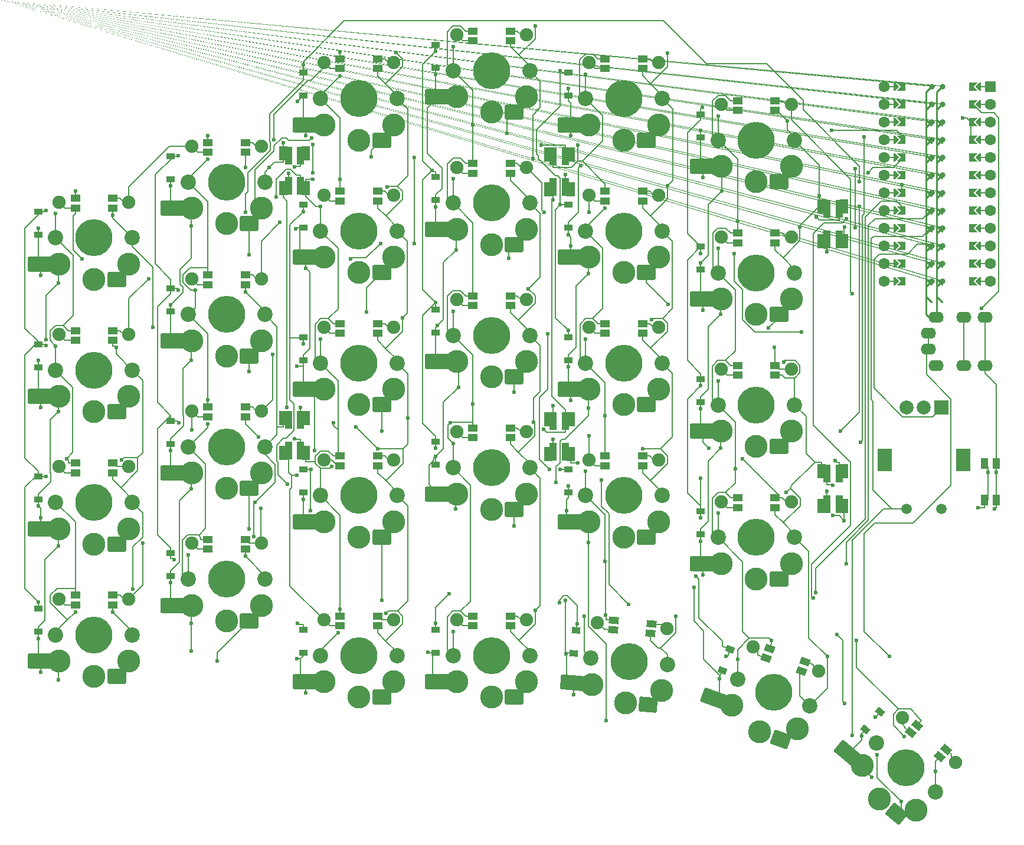
<source format=gbr>
%TF.GenerationSoftware,KiCad,Pcbnew,8.0.4*%
%TF.CreationDate,2024-11-04T19:06:09-07:00*%
%TF.ProjectId,boost58,626f6f73-7435-4382-9e6b-696361645f70,0.1*%
%TF.SameCoordinates,Original*%
%TF.FileFunction,Copper,L2,Bot*%
%TF.FilePolarity,Positive*%
%FSLAX46Y46*%
G04 Gerber Fmt 4.6, Leading zero omitted, Abs format (unit mm)*
G04 Created by KiCad (PCBNEW 8.0.4) date 2024-11-04 19:06:09*
%MOMM*%
%LPD*%
G01*
G04 APERTURE LIST*
G04 Aperture macros list*
%AMRoundRect*
0 Rectangle with rounded corners*
0 $1 Rounding radius*
0 $2 $3 $4 $5 $6 $7 $8 $9 X,Y pos of 4 corners*
0 Add a 4 corners polygon primitive as box body*
4,1,4,$2,$3,$4,$5,$6,$7,$8,$9,$2,$3,0*
0 Add four circle primitives for the rounded corners*
1,1,$1+$1,$2,$3*
1,1,$1+$1,$4,$5*
1,1,$1+$1,$6,$7*
1,1,$1+$1,$8,$9*
0 Add four rect primitives between the rounded corners*
20,1,$1+$1,$2,$3,$4,$5,0*
20,1,$1+$1,$4,$5,$6,$7,0*
20,1,$1+$1,$6,$7,$8,$9,0*
20,1,$1+$1,$8,$9,$2,$3,0*%
%AMRotRect*
0 Rectangle, with rotation*
0 The origin of the aperture is its center*
0 $1 length*
0 $2 width*
0 $3 Rotation angle, in degrees counterclockwise*
0 Add horizontal line*
21,1,$1,$2,0,0,$3*%
%AMFreePoly0*
4,1,5,0.125000,-0.500000,-0.125000,-0.500000,-0.125000,0.500000,0.125000,0.500000,0.125000,-0.500000,0.125000,-0.500000,$1*%
%AMFreePoly1*
4,1,6,0.600000,0.200000,0.000000,-0.400000,-0.600000,0.200000,-0.600000,0.400000,0.600000,0.400000,0.600000,0.200000,0.600000,0.200000,$1*%
%AMFreePoly2*
4,1,51,0.008964,0.122598,0.024387,0.122598,0.052641,0.110894,0.062500,0.108253,0.064961,0.105791,0.069447,0.103934,0.103934,0.069447,0.105791,0.064961,0.108253,0.062500,0.110894,0.052643,0.122598,0.024387,0.122598,0.008964,0.125000,0.000000,0.122598,-0.008964,0.122598,-0.024386,0.110896,-0.052633,0.108253,-0.062500,0.105790,-0.064962,0.103934,-0.069446,0.088389,-0.088388,
-0.641000,-0.817776,-0.641000,-4.770223,0.088389,-5.499612,0.103934,-5.518554,0.122598,-5.563614,0.122598,-5.612387,0.103934,-5.657447,0.069447,-5.691934,0.024387,-5.710598,-0.024386,-5.710598,-0.069446,-5.691934,-0.088388,-5.676389,-0.854388,-4.910388,-0.869928,-4.891451,-0.869934,-4.891446,-0.888598,-4.846386,-0.891000,-4.822000,-0.891000,-0.766000,-0.888598,-0.741614,-0.869934,-0.696554,
-0.869928,-0.696548,-0.854388,-0.677612,-0.088388,0.088389,-0.069446,0.103934,-0.064962,0.105790,-0.062500,0.108253,-0.052633,0.110896,-0.024386,0.122598,-0.008964,0.122598,0.000000,0.125000,0.008964,0.122598,0.008964,0.122598,$1*%
%AMFreePoly3*
4,1,6,0.600000,-0.250000,-0.600000,-0.250000,-0.600000,1.000000,0.000000,0.400000,0.600000,1.000000,0.600000,-0.250000,0.600000,-0.250000,$1*%
G04 Aperture macros list end*
%TA.AperFunction,SMDPad,CuDef*%
%ADD10R,1.000000X2.600000*%
%TD*%
%TA.AperFunction,SMDPad,CuDef*%
%ADD11R,1.200000X2.000000*%
%TD*%
%TA.AperFunction,ComponentPad*%
%ADD12R,2.000000X3.200000*%
%TD*%
%TA.AperFunction,ComponentPad*%
%ADD13C,1.500000*%
%TD*%
%TA.AperFunction,ComponentPad*%
%ADD14R,2.000000X2.000000*%
%TD*%
%TA.AperFunction,ComponentPad*%
%ADD15C,2.000000*%
%TD*%
%TA.AperFunction,SMDPad,CuDef*%
%ADD16R,1.000000X1.550000*%
%TD*%
%TA.AperFunction,ComponentPad*%
%ADD17O,2.200000X1.600000*%
%TD*%
%TA.AperFunction,ComponentPad*%
%ADD18C,1.600000*%
%TD*%
%TA.AperFunction,ComponentPad*%
%ADD19R,1.600000X1.600000*%
%TD*%
%TA.AperFunction,SMDPad,CuDef*%
%ADD20FreePoly0,270.000000*%
%TD*%
%TA.AperFunction,SMDPad,CuDef*%
%ADD21FreePoly1,270.000000*%
%TD*%
%TA.AperFunction,SMDPad,CuDef*%
%ADD22FreePoly1,90.000000*%
%TD*%
%TA.AperFunction,SMDPad,CuDef*%
%ADD23FreePoly0,90.000000*%
%TD*%
%TA.AperFunction,SMDPad,CuDef*%
%ADD24FreePoly2,270.000000*%
%TD*%
%TA.AperFunction,ComponentPad*%
%ADD25C,0.800000*%
%TD*%
%TA.AperFunction,SMDPad,CuDef*%
%ADD26FreePoly3,90.000000*%
%TD*%
%TA.AperFunction,SMDPad,CuDef*%
%ADD27FreePoly3,270.000000*%
%TD*%
%TA.AperFunction,SMDPad,CuDef*%
%ADD28FreePoly2,90.000000*%
%TD*%
%TA.AperFunction,ComponentPad*%
%ADD29C,2.200000*%
%TD*%
%TA.AperFunction,ComponentPad*%
%ADD30C,1.900000*%
%TD*%
%TA.AperFunction,ComponentPad*%
%ADD31C,3.300000*%
%TD*%
%TA.AperFunction,ComponentPad*%
%ADD32C,5.300000*%
%TD*%
%TA.AperFunction,SMDPad,CuDef*%
%ADD33RoundRect,0.215000X1.110000X0.860000X-1.110000X0.860000X-1.110000X-0.860000X1.110000X-0.860000X0*%
%TD*%
%TA.AperFunction,SMDPad,CuDef*%
%ADD34RoundRect,0.215000X1.685000X0.860000X-1.685000X0.860000X-1.685000X-0.860000X1.685000X-0.860000X0*%
%TD*%
%TA.AperFunction,SMDPad,CuDef*%
%ADD35RotRect,0.900000X1.200000X230.000000*%
%TD*%
%TA.AperFunction,SMDPad,CuDef*%
%ADD36R,1.400000X1.000000*%
%TD*%
%TA.AperFunction,SMDPad,CuDef*%
%ADD37R,1.200000X0.900000*%
%TD*%
%TA.AperFunction,SMDPad,CuDef*%
%ADD38RotRect,0.900000X1.200000X265.000000*%
%TD*%
%TA.AperFunction,SMDPad,CuDef*%
%ADD39RotRect,1.400000X1.000000X320.000000*%
%TD*%
%TA.AperFunction,SMDPad,CuDef*%
%ADD40RoundRect,0.215000X1.403107X-0.054696X-0.297512X1.372292X-1.403107X0.054696X0.297512X-1.372292X0*%
%TD*%
%TA.AperFunction,SMDPad,CuDef*%
%ADD41RoundRect,0.215000X1.843582X-0.424299X-0.737988X1.741895X-1.843582X0.424299X0.737988X-1.741895X0*%
%TD*%
%TA.AperFunction,SMDPad,CuDef*%
%ADD42RotRect,1.400000X1.000000X355.000000*%
%TD*%
%TA.AperFunction,SMDPad,CuDef*%
%ADD43RotRect,1.400000X1.000000X340.000000*%
%TD*%
%TA.AperFunction,SMDPad,CuDef*%
%ADD44RoundRect,0.215000X1.337196X0.428493X-0.748921X1.187778X-1.337196X-0.428493X0.748921X-1.187778X0*%
%TD*%
%TA.AperFunction,SMDPad,CuDef*%
%ADD45RoundRect,0.215000X1.877519X0.231832X-1.289245X1.384440X-1.877519X-0.231832X1.289245X-1.384440X0*%
%TD*%
%TA.AperFunction,SMDPad,CuDef*%
%ADD46RotRect,0.900000X1.200000X250.000000*%
%TD*%
%TA.AperFunction,SMDPad,CuDef*%
%ADD47RoundRect,0.215000X1.180730X0.759985X-1.030822X0.953470X-1.180730X-0.759985X1.030822X-0.953470X0*%
%TD*%
%TA.AperFunction,SMDPad,CuDef*%
%ADD48RoundRect,0.215000X1.753542X0.709870X-1.603634X1.003585X-1.753542X-0.709870X1.603634X-1.003585X0*%
%TD*%
%TA.AperFunction,ViaPad*%
%ADD49C,0.600000*%
%TD*%
%TA.AperFunction,Conductor*%
%ADD50C,0.200000*%
%TD*%
G04 APERTURE END LIST*
D10*
%TO.P,U_3,1*%
%TO.N,u04*%
X105875000Y-93700000D03*
%TO.P,U_3,2*%
%TO.N,VCC*%
X107625000Y-93700000D03*
%TO.P,U_3,3*%
%TO.N,u03*%
X107625000Y-89300000D03*
%TO.P,U_3,4*%
%TO.N,GND*%
X105875000Y-89300000D03*
D11*
%TO.P,U_3,11*%
%TO.N,u04*%
X105150000Y-94000000D03*
%TO.P,U_3,22*%
%TO.N,VCC*%
X108350000Y-94000000D03*
%TO.P,U_3,33*%
%TO.N,u03*%
X108350000Y-89000000D03*
%TO.P,U_3,44*%
%TO.N,GND*%
X105150000Y-89000000D03*
%TD*%
D12*
%TO.P,Rotary1,*%
%TO.N,*%
X164640000Y-94880000D03*
X153440000Y-94880000D03*
D13*
%TO.P,Rotary1,1*%
%TO.N,P14*%
X161540000Y-101880000D03*
%TO.P,Rotary1,2*%
%TO.N,P6*%
X156540000Y-101880000D03*
D14*
%TO.P,Rotary1,A*%
%TO.N,P7*%
X161540000Y-87380000D03*
D15*
%TO.P,Rotary1,B*%
%TO.N,P8*%
X156540000Y-87380000D03*
%TO.P,Rotary1,C*%
%TO.N,GND*%
X159040000Y-87380000D03*
%TD*%
D16*
%TO.P,RST1,1*%
%TO.N,GND*%
X169450000Y-95375000D03*
%TO.P,RST1,2*%
%TO.N,RST*%
X167750000Y-95375000D03*
%TO.P,RST1,3*%
%TO.N,GND*%
X169450000Y-100625000D03*
%TO.P,RST1,4*%
%TO.N,RST*%
X167750000Y-100625000D03*
%TD*%
D17*
%TO.P,TRRS1,1*%
%TO.N,VCC*%
X159700000Y-76700000D03*
X159700000Y-79000000D03*
%TO.P,TRRS1,2*%
%TO.N,P0*%
X160800000Y-74400000D03*
X160800000Y-81300000D03*
%TO.P,TRRS1,3*%
%TO.N,P1*%
X164800000Y-74400000D03*
X164800000Y-81300000D03*
%TO.P,TRRS1,4*%
%TO.N,GND*%
X167800000Y-74400000D03*
X167800000Y-81300000D03*
%TD*%
D10*
%TO.P,U_4,1*%
%TO.N,u03*%
X105875000Y-55700000D03*
%TO.P,U_4,2*%
%TO.N,VCC*%
X107625000Y-55700000D03*
%TO.P,U_4,3*%
%TO.N,u02*%
X107625000Y-51300000D03*
%TO.P,U_4,4*%
%TO.N,GND*%
X105875000Y-51300000D03*
D11*
%TO.P,U_4,11*%
%TO.N,u03*%
X105150000Y-56000000D03*
%TO.P,U_4,22*%
%TO.N,VCC*%
X108350000Y-56000000D03*
%TO.P,U_4,33*%
%TO.N,u02*%
X108350000Y-51000000D03*
%TO.P,U_4,44*%
%TO.N,GND*%
X105150000Y-51000000D03*
%TD*%
D10*
%TO.P,U_6,1*%
%TO.N,u06*%
X146875000Y-58800000D03*
%TO.P,U_6,2*%
%TO.N,VCC*%
X145125000Y-58800000D03*
%TO.P,U_6,3*%
%TO.N,u05*%
X145125000Y-63200000D03*
%TO.P,U_6,4*%
%TO.N,GND*%
X146875000Y-63200000D03*
D11*
%TO.P,U_6,11*%
%TO.N,u06*%
X147600000Y-58500000D03*
%TO.P,U_6,22*%
%TO.N,VCC*%
X144400000Y-58500000D03*
%TO.P,U_6,33*%
%TO.N,u05*%
X144400000Y-63500000D03*
%TO.P,U_6,44*%
%TO.N,GND*%
X147600000Y-63500000D03*
%TD*%
D18*
%TO.P,MCU1,*%
%TO.N,*%
X168608000Y-41320000D03*
D19*
X168608000Y-41320000D03*
D20*
X167338000Y-41320000D03*
D21*
X166830000Y-41320000D03*
D22*
X155146000Y-41320000D03*
D23*
X154638000Y-41320000D03*
D18*
X153368000Y-41320000D03*
X168608000Y-43860000D03*
D20*
X167338000Y-43860000D03*
D21*
X166830000Y-43860000D03*
D22*
X155146000Y-43860000D03*
D23*
X154638000Y-43860000D03*
D18*
X153368000Y-43860000D03*
X168608000Y-46400000D03*
D20*
X167338000Y-46400000D03*
D21*
X166830000Y-46400000D03*
D22*
X155146000Y-46400000D03*
D23*
X154638000Y-46400000D03*
D18*
X153368000Y-46400000D03*
X168608000Y-48940000D03*
D20*
X167338000Y-48940000D03*
D21*
X166830000Y-48940000D03*
D22*
X155146000Y-48940000D03*
D23*
X154638000Y-48940000D03*
D18*
X153368000Y-48940000D03*
X168608000Y-51480000D03*
D20*
X167338000Y-51480000D03*
D21*
X166830000Y-51480000D03*
D22*
X155146000Y-51480000D03*
D23*
X154638000Y-51480000D03*
D18*
X153368000Y-51480000D03*
X168608000Y-54020000D03*
D20*
X167338000Y-54020000D03*
D21*
X166830000Y-54020000D03*
D22*
X155146000Y-54020000D03*
D23*
X154638000Y-54020000D03*
D18*
X153368000Y-54020000D03*
X168608000Y-56560000D03*
D20*
X167338000Y-56560000D03*
D21*
X166830000Y-56560000D03*
D22*
X155146000Y-56560000D03*
D23*
X154638000Y-56560000D03*
D18*
X153368000Y-56560000D03*
X168608000Y-59100000D03*
D20*
X167338000Y-59100000D03*
D21*
X166830000Y-59100000D03*
D22*
X155146000Y-59100000D03*
D23*
X154638000Y-59100000D03*
D18*
X153368000Y-59100000D03*
X168608000Y-61640000D03*
D20*
X167338000Y-61640000D03*
D21*
X166830000Y-61640000D03*
D22*
X155146000Y-61640000D03*
D23*
X154638000Y-61640000D03*
D18*
X153368000Y-61640000D03*
X168608000Y-64180000D03*
D20*
X167338000Y-64180000D03*
D21*
X166830000Y-64180000D03*
D22*
X155146000Y-64180000D03*
D23*
X154638000Y-64180000D03*
D18*
X153368000Y-64180000D03*
X168608000Y-66720000D03*
D20*
X167338000Y-66720000D03*
D21*
X166830000Y-66720000D03*
D22*
X155146000Y-66720000D03*
D23*
X154638000Y-66720000D03*
D18*
X153368000Y-66720000D03*
X168608000Y-69260000D03*
D20*
X167338000Y-69260000D03*
D21*
X166830000Y-69260000D03*
D22*
X155146000Y-69260000D03*
D23*
X154638000Y-69260000D03*
D18*
X153368000Y-69260000D03*
D24*
%TO.P,MCU1,1*%
%TO.N,RAW*%
X161750000Y-41320000D03*
D25*
X161750000Y-41320000D03*
D26*
X156162000Y-41320000D03*
D24*
%TO.P,MCU1,2*%
%TO.N,GND*%
X161750000Y-43860000D03*
D25*
X161750000Y-43860000D03*
D26*
X156162000Y-43860000D03*
D24*
%TO.P,MCU1,3*%
%TO.N,RST*%
X161750000Y-46400000D03*
D25*
X161750000Y-46400000D03*
D26*
X156162000Y-46400000D03*
D24*
%TO.P,MCU1,4*%
%TO.N,VCC*%
X161750000Y-48940000D03*
D25*
X161750000Y-48940000D03*
D26*
X156162000Y-48940000D03*
D24*
%TO.P,MCU1,5*%
%TO.N,P21*%
X161750000Y-51480000D03*
D25*
X161750000Y-51480000D03*
D26*
X156162000Y-51480000D03*
D24*
%TO.P,MCU1,6*%
%TO.N,P20*%
X161750000Y-54020000D03*
D25*
X161750000Y-54020000D03*
D26*
X156162000Y-54020000D03*
D24*
%TO.P,MCU1,7*%
%TO.N,P19*%
X161750000Y-56560000D03*
D25*
X161750000Y-56560000D03*
D26*
X156162000Y-56560000D03*
D24*
%TO.P,MCU1,8*%
%TO.N,P18*%
X161750000Y-59100000D03*
D25*
X161750000Y-59100000D03*
D26*
X156162000Y-59100000D03*
D24*
%TO.P,MCU1,9*%
%TO.N,P15*%
X161750000Y-61640000D03*
D25*
X161750000Y-61640000D03*
D26*
X156162000Y-61640000D03*
D24*
%TO.P,MCU1,10*%
%TO.N,P14*%
X161750000Y-64180000D03*
D25*
X161750000Y-64180000D03*
D26*
X156162000Y-64180000D03*
D24*
%TO.P,MCU1,11*%
%TO.N,P16*%
X161750000Y-66720000D03*
D25*
X161750000Y-66720000D03*
D26*
X156162000Y-66720000D03*
D24*
%TO.P,MCU1,12*%
%TO.N,P10*%
X161750000Y-69260000D03*
D25*
X161750000Y-69260000D03*
D26*
X156162000Y-69260000D03*
D27*
%TO.P,MCU1,13*%
%TO.N,P9*%
X165814000Y-69260000D03*
D28*
X160226000Y-69260000D03*
D25*
X160226000Y-69260000D03*
D27*
%TO.P,MCU1,14*%
%TO.N,P8*%
X165814000Y-66720000D03*
D28*
X160226000Y-66720000D03*
D25*
X160226000Y-66720000D03*
D27*
%TO.P,MCU1,15*%
%TO.N,P7*%
X165814000Y-64180000D03*
D28*
X160226000Y-64180000D03*
D25*
X160226000Y-64180000D03*
D27*
%TO.P,MCU1,16*%
%TO.N,P6*%
X165814000Y-61640000D03*
D28*
X160226000Y-61640000D03*
D25*
X160226000Y-61640000D03*
D27*
%TO.P,MCU1,17*%
%TO.N,P5*%
X165814000Y-59100000D03*
D28*
X160226000Y-59100000D03*
D25*
X160226000Y-59100000D03*
D27*
%TO.P,MCU1,18*%
%TO.N,P4*%
X165814000Y-56560000D03*
D28*
X160226000Y-56560000D03*
D25*
X160226000Y-56560000D03*
D27*
%TO.P,MCU1,19*%
%TO.N,P3*%
X165814000Y-54020000D03*
D28*
X160226000Y-54020000D03*
D25*
X160226000Y-54020000D03*
D27*
%TO.P,MCU1,20*%
%TO.N,P2*%
X165814000Y-51480000D03*
D28*
X160226000Y-51480000D03*
D25*
X160226000Y-51480000D03*
D27*
%TO.P,MCU1,21*%
%TO.N,GND*%
X165814000Y-48940000D03*
D28*
X160226000Y-48940000D03*
D25*
X160226000Y-48940000D03*
D27*
%TO.P,MCU1,22*%
X165814000Y-46400000D03*
D28*
X160226000Y-46400000D03*
D25*
X160226000Y-46400000D03*
D27*
%TO.P,MCU1,23*%
%TO.N,P0*%
X165814000Y-43860000D03*
D28*
X160226000Y-43860000D03*
D25*
X160226000Y-43860000D03*
D27*
%TO.P,MCU1,24*%
%TO.N,P1*%
X165814000Y-41320000D03*
D28*
X160226000Y-41320000D03*
D25*
X160226000Y-41320000D03*
%TD*%
D10*
%TO.P,U_5,1*%
%TO.N,u05*%
X146875000Y-96800000D03*
%TO.P,U_5,2*%
%TO.N,VCC*%
X145125000Y-96800000D03*
%TO.P,U_5,3*%
%TO.N,u04*%
X145125000Y-101200000D03*
%TO.P,U_5,4*%
%TO.N,GND*%
X146875000Y-101200000D03*
D11*
%TO.P,U_5,11*%
%TO.N,u05*%
X147600000Y-96500000D03*
%TO.P,U_5,22*%
%TO.N,VCC*%
X144400000Y-96500000D03*
%TO.P,U_5,33*%
%TO.N,u04*%
X144400000Y-101500000D03*
%TO.P,U_5,44*%
%TO.N,GND*%
X147600000Y-101500000D03*
%TD*%
D10*
%TO.P,U_1,1*%
%TO.N,u01*%
X69625000Y-89150000D03*
%TO.P,U_1,2*%
%TO.N,VCC*%
X67875000Y-89150000D03*
%TO.P,U_1,3*%
%TO.N,r0c1*%
X67875000Y-93550000D03*
%TO.P,U_1,4*%
%TO.N,GND*%
X69625000Y-93550000D03*
D11*
%TO.P,U_1,11*%
%TO.N,u01*%
X70350000Y-88850000D03*
%TO.P,U_1,22*%
%TO.N,VCC*%
X67150000Y-88850000D03*
%TO.P,U_1,33*%
%TO.N,r0c1*%
X67150000Y-93850000D03*
%TO.P,U_1,44*%
%TO.N,GND*%
X70350000Y-93850000D03*
%TD*%
D10*
%TO.P,U_2,1*%
%TO.N,u02*%
X69625000Y-51150000D03*
%TO.P,U_2,2*%
%TO.N,VCC*%
X67875000Y-51150000D03*
%TO.P,U_2,3*%
%TO.N,u01*%
X67875000Y-55550000D03*
%TO.P,U_2,4*%
%TO.N,GND*%
X69625000Y-55550000D03*
D11*
%TO.P,U_2,11*%
%TO.N,u02*%
X70350000Y-50850000D03*
%TO.P,U_2,22*%
%TO.N,VCC*%
X67150000Y-50850000D03*
%TO.P,U_2,33*%
%TO.N,u01*%
X67150000Y-55850000D03*
%TO.P,U_2,44*%
%TO.N,GND*%
X70350000Y-55850000D03*
%TD*%
D29*
%TO.P,SW26,*%
%TO.N,VCC*%
X102500000Y-123000000D03*
D30*
%TO.N,r0c3*%
X102000000Y-117850000D03*
D31*
%TO.N,*%
X97000000Y-128950000D03*
D32*
X97000000Y-123000000D03*
D30*
%TO.N,r0c2*%
X92000000Y-117850000D03*
D29*
%TO.N,GND*%
X91500000Y-123000000D03*
D31*
%TO.P,SW26,1*%
%TO.N,P6*%
X102000000Y-126750000D03*
D33*
X100245000Y-128950000D03*
D31*
%TO.P,SW26,2*%
%TO.N,DP20*%
X92000000Y-126750000D03*
D34*
X89352500Y-126750000D03*
%TD*%
D35*
%TO.P,D29,1*%
%TO.N,P15*%
X152743400Y-131030027D03*
%TO.P,D29,2*%
%TO.N,DP15*%
X150622200Y-133557973D03*
%TD*%
D36*
%TO.P,L8,1*%
%TO.N,VCC*%
X61700000Y-50700000D03*
%TO.P,L8,2*%
%TO.N,r4c2*%
X61700000Y-49300000D03*
%TO.P,L8,3*%
%TO.N,GND*%
X56300000Y-49300000D03*
%TO.P,L8,4*%
%TO.N,r4c1*%
X56300000Y-50700000D03*
%TD*%
D37*
%TO.P,D15,1*%
%TO.N,P18*%
X89000000Y-54250000D03*
%TO.P,D15,2*%
%TO.N,DP18*%
X89000000Y-57550000D03*
%TD*%
D36*
%TO.P,L11,1*%
%TO.N,VCC*%
X80700000Y-57700000D03*
%TO.P,L11,2*%
%TO.N,r3c3*%
X80700000Y-56300000D03*
%TO.P,L11,3*%
%TO.N,GND*%
X75300000Y-56300000D03*
%TO.P,L11,4*%
%TO.N,r3c2*%
X75300000Y-57700000D03*
%TD*%
D29*
%TO.P,SW22,*%
%TO.N,VCC*%
X140500000Y-87000000D03*
D30*
%TO.N,r3c0*%
X140000000Y-81850000D03*
D31*
%TO.N,*%
X135000000Y-92950000D03*
D32*
X135000000Y-87000000D03*
D30*
%TO.N,r2c5*%
X130000000Y-81850000D03*
D29*
%TO.N,GND*%
X129500000Y-87000000D03*
D31*
%TO.P,SW22,1*%
%TO.N,P4*%
X140000000Y-90750000D03*
D33*
X138245000Y-92950000D03*
D31*
%TO.P,SW22,2*%
%TO.N,DP14*%
X130000000Y-90750000D03*
D34*
X127352500Y-90750000D03*
%TD*%
D36*
%TO.P,L22,1*%
%TO.N,VCC*%
X137700000Y-82700000D03*
%TO.P,L22,2*%
%TO.N,r3c0*%
X137700000Y-81300000D03*
%TO.P,L22,3*%
%TO.N,GND*%
X132300000Y-81300000D03*
%TO.P,L22,4*%
%TO.N,r2c5*%
X132300000Y-82700000D03*
%TD*%
D37*
%TO.P,D26,1*%
%TO.N,P20*%
X89000000Y-119250000D03*
%TO.P,D26,2*%
%TO.N,DP20*%
X89000000Y-122550000D03*
%TD*%
D29*
%TO.P,SW20,*%
%TO.N,VCC*%
X121500000Y-43000000D03*
D30*
%TO.N,r4c5*%
X121000000Y-37850000D03*
D31*
%TO.N,*%
X116000000Y-48950000D03*
D32*
X116000000Y-43000000D03*
D30*
%TO.N,r4c4*%
X111000000Y-37850000D03*
D29*
%TO.N,GND*%
X110500000Y-43000000D03*
D31*
%TO.P,SW20,1*%
%TO.N,P2*%
X121000000Y-46750000D03*
D33*
X119245000Y-48950000D03*
D31*
%TO.P,SW20,2*%
%TO.N,DP15*%
X111000000Y-46750000D03*
D34*
X108352500Y-46750000D03*
%TD*%
D36*
%TO.P,L25,1*%
%TO.N,VCC*%
X80700000Y-118700000D03*
%TO.P,L25,2*%
%TO.N,r0c2*%
X80700000Y-117300000D03*
%TO.P,L25,3*%
%TO.N,GND*%
X75300000Y-117300000D03*
%TO.P,L25,4*%
%TO.N,r0c1*%
X75300000Y-118700000D03*
%TD*%
D29*
%TO.P,SW21,*%
%TO.N,VCC*%
X140500000Y-106000000D03*
D30*
%TO.N,r2c0*%
X140000000Y-100850000D03*
D31*
%TO.N,*%
X135000000Y-111950000D03*
D32*
X135000000Y-106000000D03*
D30*
%TO.N,r1c5*%
X130000000Y-100850000D03*
D29*
%TO.N,GND*%
X129500000Y-106000000D03*
D31*
%TO.P,SW21,1*%
%TO.N,P5*%
X140000000Y-109750000D03*
D33*
X138245000Y-111950000D03*
D31*
%TO.P,SW21,2*%
%TO.N,DP14*%
X130000000Y-109750000D03*
D34*
X127352500Y-109750000D03*
%TD*%
D36*
%TO.P,L18,1*%
%TO.N,VCC*%
X118700000Y-76700000D03*
%TO.P,L18,2*%
%TO.N,r2c5*%
X118700000Y-75300000D03*
%TO.P,L18,3*%
%TO.N,GND*%
X113300000Y-75300000D03*
%TO.P,L18,4*%
%TO.N,r2c4*%
X113300000Y-76700000D03*
%TD*%
D29*
%TO.P,SW15,*%
%TO.N,VCC*%
X102500000Y-58000000D03*
D30*
%TO.N,r3c4*%
X102000000Y-52850000D03*
D31*
%TO.N,*%
X97000000Y-63950000D03*
D32*
X97000000Y-58000000D03*
D30*
%TO.N,r3c3*%
X92000000Y-52850000D03*
D29*
%TO.N,GND*%
X91500000Y-58000000D03*
D31*
%TO.P,SW15,1*%
%TO.N,P3*%
X102000000Y-61750000D03*
D33*
X100245000Y-63950000D03*
D31*
%TO.P,SW15,2*%
%TO.N,DP18*%
X92000000Y-61750000D03*
D34*
X89352500Y-61750000D03*
%TD*%
D29*
%TO.P,SW9,*%
%TO.N,VCC*%
X83500000Y-100000000D03*
D30*
%TO.N,r1c3*%
X83000000Y-94850000D03*
D31*
%TO.N,*%
X78000000Y-105950000D03*
D32*
X78000000Y-100000000D03*
D30*
%TO.N,r1c2*%
X73000000Y-94850000D03*
D29*
%TO.N,GND*%
X72500000Y-100000000D03*
D31*
%TO.P,SW9,1*%
%TO.N,P5*%
X83000000Y-103750000D03*
D33*
X81245000Y-105950000D03*
D31*
%TO.P,SW9,2*%
%TO.N,DP19*%
X73000000Y-103750000D03*
D34*
X70352500Y-103750000D03*
%TD*%
D36*
%TO.P,L6,1*%
%TO.N,VCC*%
X61700000Y-88700000D03*
%TO.P,L6,2*%
%TO.N,r2c2*%
X61700000Y-87300000D03*
%TO.P,L6,3*%
%TO.N,GND*%
X56300000Y-87300000D03*
%TO.P,L6,4*%
%TO.N,r2c1*%
X56300000Y-88700000D03*
%TD*%
D37*
%TO.P,D22,1*%
%TO.N,P14*%
X127000000Y-83250000D03*
%TO.P,D22,2*%
%TO.N,DP14*%
X127000000Y-86550000D03*
%TD*%
D29*
%TO.P,SW14,*%
%TO.N,VCC*%
X102500000Y-77000000D03*
D30*
%TO.N,r2c4*%
X102000000Y-71850000D03*
D31*
%TO.N,*%
X97000000Y-82950000D03*
D32*
X97000000Y-77000000D03*
D30*
%TO.N,r2c3*%
X92000000Y-71850000D03*
D29*
%TO.N,GND*%
X91500000Y-77000000D03*
D31*
%TO.P,SW14,1*%
%TO.N,P4*%
X102000000Y-80750000D03*
D33*
X100245000Y-82950000D03*
D31*
%TO.P,SW14,2*%
%TO.N,DP18*%
X92000000Y-80750000D03*
D34*
X89352500Y-80750000D03*
%TD*%
D36*
%TO.P,L1,1*%
%TO.N,VCC*%
X42700000Y-115700000D03*
%TO.P,L1,2*%
%TO.N,r1c1*%
X42700000Y-114300000D03*
%TO.P,L1,3*%
%TO.N,GND*%
X37300000Y-114300000D03*
%TO.P,L1,4*%
%TO.N,r1c0*%
X37300000Y-115700000D03*
%TD*%
D29*
%TO.P,SW11,*%
%TO.N,VCC*%
X83500000Y-62000000D03*
D30*
%TO.N,r3c3*%
X83000000Y-56850000D03*
D31*
%TO.N,*%
X78000000Y-67950000D03*
D32*
X78000000Y-62000000D03*
D30*
%TO.N,r3c2*%
X73000000Y-56850000D03*
D29*
%TO.N,GND*%
X72500000Y-62000000D03*
D31*
%TO.P,SW11,1*%
%TO.N,P3*%
X83000000Y-65750000D03*
D33*
X81245000Y-67950000D03*
D31*
%TO.P,SW11,2*%
%TO.N,DP19*%
X73000000Y-65750000D03*
D34*
X70352500Y-65750000D03*
%TD*%
D36*
%TO.P,L24,1*%
%TO.N,VCC*%
X137700000Y-44700000D03*
%TO.P,L24,2*%
%TO.N,P9*%
X137700000Y-43300000D03*
%TO.P,L24,3*%
%TO.N,GND*%
X132300000Y-43300000D03*
%TO.P,L24,4*%
%TO.N,r4c5*%
X132300000Y-44700000D03*
%TD*%
D38*
%TO.P,D27,1*%
%TO.N,P19*%
X109107407Y-119385679D03*
%TO.P,D27,2*%
%TO.N,DP19*%
X108819793Y-122673121D03*
%TD*%
D36*
%TO.P,L12,1*%
%TO.N,VCC*%
X80700000Y-38700000D03*
%TO.P,L12,2*%
%TO.N,r4c3*%
X80700000Y-37300000D03*
%TO.P,L12,3*%
%TO.N,GND*%
X75300000Y-37300000D03*
%TO.P,L12,4*%
%TO.N,r4c2*%
X75300000Y-38700000D03*
%TD*%
D37*
%TO.P,D25,1*%
%TO.N,P21*%
X70000000Y-119250000D03*
%TO.P,D25,2*%
%TO.N,DP21*%
X70000000Y-122550000D03*
%TD*%
D29*
%TO.P,SW7,*%
%TO.N,VCC*%
X64500000Y-74000000D03*
D30*
%TO.N,r3c2*%
X64000000Y-68850000D03*
D31*
%TO.N,*%
X59000000Y-79950000D03*
D32*
X59000000Y-74000000D03*
D30*
%TO.N,r3c1*%
X54000000Y-68850000D03*
D29*
%TO.N,GND*%
X53500000Y-74000000D03*
D31*
%TO.P,SW7,1*%
%TO.N,P3*%
X64000000Y-77750000D03*
D33*
X62245000Y-79950000D03*
D31*
%TO.P,SW7,2*%
%TO.N,DP20*%
X54000000Y-77750000D03*
D34*
X51352500Y-77750000D03*
%TD*%
D29*
%TO.P,SW17,*%
%TO.N,VCC*%
X121500000Y-100000000D03*
D30*
%TO.N,r1c5*%
X121000000Y-94850000D03*
D31*
%TO.N,*%
X116000000Y-105950000D03*
D32*
X116000000Y-100000000D03*
D30*
%TO.N,r1c4*%
X111000000Y-94850000D03*
D29*
%TO.N,GND*%
X110500000Y-100000000D03*
D31*
%TO.P,SW17,1*%
%TO.N,P5*%
X121000000Y-103750000D03*
D33*
X119245000Y-105950000D03*
D31*
%TO.P,SW17,2*%
%TO.N,DP15*%
X111000000Y-103750000D03*
D34*
X108352500Y-103750000D03*
%TD*%
D37*
%TO.P,D24,1*%
%TO.N,P14*%
X127000000Y-45250000D03*
%TO.P,D24,2*%
%TO.N,DP14*%
X127000000Y-48550000D03*
%TD*%
D36*
%TO.P,L19,1*%
%TO.N,VCC*%
X118700000Y-57700000D03*
%TO.P,L19,2*%
%TO.N,r3c5*%
X118700000Y-56300000D03*
%TO.P,L19,3*%
%TO.N,GND*%
X113300000Y-56300000D03*
%TO.P,L19,4*%
%TO.N,r3c4*%
X113300000Y-57700000D03*
%TD*%
D29*
%TO.P,SW18,*%
%TO.N,VCC*%
X121500000Y-81000000D03*
D30*
%TO.N,r2c5*%
X121000000Y-75850000D03*
D31*
%TO.N,*%
X116000000Y-86950000D03*
D32*
X116000000Y-81000000D03*
D30*
%TO.N,r2c4*%
X111000000Y-75850000D03*
D29*
%TO.N,GND*%
X110500000Y-81000000D03*
D31*
%TO.P,SW18,1*%
%TO.N,P4*%
X121000000Y-84750000D03*
D33*
X119245000Y-86950000D03*
D31*
%TO.P,SW18,2*%
%TO.N,DP15*%
X111000000Y-84750000D03*
D34*
X108352500Y-84750000D03*
%TD*%
D29*
%TO.P,SW13,*%
%TO.N,VCC*%
X102500000Y-96000000D03*
D30*
%TO.N,r1c4*%
X102000000Y-90850000D03*
D31*
%TO.N,*%
X97000000Y-101950000D03*
D32*
X97000000Y-96000000D03*
D30*
%TO.N,r1c3*%
X92000000Y-90850000D03*
D29*
%TO.N,GND*%
X91500000Y-96000000D03*
D31*
%TO.P,SW13,1*%
%TO.N,P5*%
X102000000Y-99750000D03*
D33*
X100245000Y-101950000D03*
D31*
%TO.P,SW13,2*%
%TO.N,DP18*%
X92000000Y-99750000D03*
D34*
X89352500Y-99750000D03*
%TD*%
D37*
%TO.P,D8,1*%
%TO.N,P20*%
X51000000Y-51250000D03*
%TO.P,D8,2*%
%TO.N,DP20*%
X51000000Y-54550000D03*
%TD*%
%TO.P,D16,1*%
%TO.N,P18*%
X89000000Y-35250000D03*
%TO.P,D16,2*%
%TO.N,DP18*%
X89000000Y-38550000D03*
%TD*%
%TO.P,D5,1*%
%TO.N,P20*%
X51000000Y-108250000D03*
%TO.P,D5,2*%
%TO.N,DP20*%
X51000000Y-111550000D03*
%TD*%
%TO.P,D23,1*%
%TO.N,P14*%
X127000000Y-64250000D03*
%TO.P,D23,2*%
%TO.N,DP14*%
X127000000Y-67550000D03*
%TD*%
D29*
%TO.P,SW3,*%
%TO.N,VCC*%
X45500000Y-82000000D03*
D30*
%TO.N,r3c1*%
X45000000Y-76850000D03*
D31*
%TO.N,*%
X40000000Y-87950000D03*
D32*
X40000000Y-82000000D03*
D30*
%TO.N,r3c0*%
X35000000Y-76850000D03*
D29*
%TO.N,GND*%
X34500000Y-82000000D03*
D31*
%TO.P,SW3,1*%
%TO.N,P3*%
X45000000Y-85750000D03*
D33*
X43245000Y-87950000D03*
D31*
%TO.P,SW3,2*%
%TO.N,DP21*%
X35000000Y-85750000D03*
D34*
X32352500Y-85750000D03*
%TD*%
D37*
%TO.P,D6,1*%
%TO.N,P20*%
X51000000Y-89250000D03*
%TO.P,D6,2*%
%TO.N,DP20*%
X51000000Y-92550000D03*
%TD*%
D39*
%TO.P,L29,1*%
%TO.N,VCC*%
X161293669Y-137486558D03*
%TO.P,L29,2*%
%TO.N,c1c0*%
X162193571Y-136414095D03*
%TO.P,L29,3*%
%TO.N,GND*%
X158056931Y-132943042D03*
%TO.P,L29,4*%
%TO.N,r0c5*%
X157157029Y-134015505D03*
%TD*%
D29*
%TO.P,SW29,*%
%TO.N,VCC*%
X160674544Y-142580332D03*
D30*
%TO.N,c1c0*%
X163601878Y-138313809D03*
D31*
%TO.N,*%
X152636714Y-143602964D03*
D32*
X156461300Y-139045000D03*
D30*
%TO.N,r0c5*%
X155941434Y-131885933D03*
D29*
%TO.N,GND*%
X152248056Y-135509668D03*
D31*
%TO.P,SW29,1*%
%TO.N,P6*%
X157881069Y-145131605D03*
D40*
X155122528Y-145688810D03*
D31*
%TO.P,SW29,2*%
%TO.N,DP15*%
X150220624Y-138703729D03*
D41*
X148192522Y-137001948D03*
%TD*%
D37*
%TO.P,D2,1*%
%TO.N,P21*%
X32000000Y-97250000D03*
%TO.P,D2,2*%
%TO.N,DP21*%
X32000000Y-100550000D03*
%TD*%
D29*
%TO.P,SW24,*%
%TO.N,VCC*%
X140500000Y-49000000D03*
D30*
%TO.N,P9*%
X140000000Y-43850000D03*
D31*
%TO.N,*%
X135000000Y-54950000D03*
D32*
X135000000Y-49000000D03*
D30*
%TO.N,r4c5*%
X130000000Y-43850000D03*
D29*
%TO.N,GND*%
X129500000Y-49000000D03*
D31*
%TO.P,SW24,1*%
%TO.N,P2*%
X140000000Y-52750000D03*
D33*
X138245000Y-54950000D03*
D31*
%TO.P,SW24,2*%
%TO.N,DP14*%
X130000000Y-52750000D03*
D34*
X127352500Y-52750000D03*
%TD*%
D37*
%TO.P,D20,1*%
%TO.N,P15*%
X108000000Y-39250000D03*
%TO.P,D20,2*%
%TO.N,DP15*%
X108000000Y-42550000D03*
%TD*%
%TO.P,D11,1*%
%TO.N,P19*%
X70000000Y-58250000D03*
%TO.P,D11,2*%
%TO.N,DP19*%
X70000000Y-61550000D03*
%TD*%
%TO.P,D10,1*%
%TO.N,P19*%
X70000000Y-77250000D03*
%TO.P,D10,2*%
%TO.N,DP19*%
X70000000Y-80550000D03*
%TD*%
D42*
%TO.P,L27,1*%
%TO.N,VCC*%
X119814617Y-119770357D03*
%TO.P,L27,2*%
%TO.N,r0c4*%
X119936635Y-118375684D03*
%TO.P,L27,3*%
%TO.N,GND*%
X114557183Y-117905043D03*
%TO.P,L27,4*%
%TO.N,r0c3*%
X114435165Y-119299716D03*
%TD*%
D29*
%TO.P,SW4,*%
%TO.N,VCC*%
X45500000Y-63000000D03*
D30*
%TO.N,r4c1*%
X45000000Y-57850000D03*
D31*
%TO.N,*%
X40000000Y-68950000D03*
D32*
X40000000Y-63000000D03*
D30*
%TO.N,r4c0*%
X35000000Y-57850000D03*
D29*
%TO.N,GND*%
X34500000Y-63000000D03*
D31*
%TO.P,SW4,1*%
%TO.N,P2*%
X45000000Y-66750000D03*
D33*
X43245000Y-68950000D03*
D31*
%TO.P,SW4,2*%
%TO.N,DP21*%
X35000000Y-66750000D03*
D34*
X32352500Y-66750000D03*
%TD*%
D29*
%TO.P,SW1,*%
%TO.N,VCC*%
X45500000Y-120000000D03*
D30*
%TO.N,r1c1*%
X45000000Y-114850000D03*
D31*
%TO.N,*%
X40000000Y-125950000D03*
D32*
X40000000Y-120000000D03*
D30*
%TO.N,r1c0*%
X35000000Y-114850000D03*
D29*
%TO.N,GND*%
X34500000Y-120000000D03*
D31*
%TO.P,SW1,1*%
%TO.N,P5*%
X45000000Y-123750000D03*
D33*
X43245000Y-125950000D03*
D31*
%TO.P,SW1,2*%
%TO.N,DP21*%
X35000000Y-123750000D03*
D34*
X32352500Y-123750000D03*
%TD*%
D29*
%TO.P,SW8,*%
%TO.N,VCC*%
X64500000Y-55000000D03*
D30*
%TO.N,r4c2*%
X64000000Y-49850000D03*
D31*
%TO.N,*%
X59000000Y-60950000D03*
D32*
X59000000Y-55000000D03*
D30*
%TO.N,r4c1*%
X54000000Y-49850000D03*
D29*
%TO.N,GND*%
X53500000Y-55000000D03*
D31*
%TO.P,SW8,1*%
%TO.N,P2*%
X64000000Y-58750000D03*
D33*
X62245000Y-60950000D03*
D31*
%TO.P,SW8,2*%
%TO.N,DP20*%
X54000000Y-58750000D03*
D34*
X51352500Y-58750000D03*
%TD*%
D29*
%TO.P,SW23,*%
%TO.N,VCC*%
X140500000Y-68000000D03*
D30*
%TO.N,r4c0*%
X140000000Y-62850000D03*
D31*
%TO.N,*%
X135000000Y-73950000D03*
D32*
X135000000Y-68000000D03*
D30*
%TO.N,r3c5*%
X130000000Y-62850000D03*
D29*
%TO.N,GND*%
X129500000Y-68000000D03*
D31*
%TO.P,SW23,1*%
%TO.N,P3*%
X140000000Y-71750000D03*
D33*
X138245000Y-73950000D03*
D31*
%TO.P,SW23,2*%
%TO.N,DP14*%
X130000000Y-71750000D03*
D34*
X127352500Y-71750000D03*
%TD*%
D36*
%TO.P,L3,1*%
%TO.N,VCC*%
X42700000Y-77700000D03*
%TO.P,L3,2*%
%TO.N,r3c1*%
X42700000Y-76300000D03*
%TO.P,L3,3*%
%TO.N,GND*%
X37300000Y-76300000D03*
%TO.P,L3,4*%
%TO.N,r3c0*%
X37300000Y-77700000D03*
%TD*%
D29*
%TO.P,SW25,*%
%TO.N,VCC*%
X83500000Y-123000000D03*
D30*
%TO.N,r0c2*%
X83000000Y-117850000D03*
D31*
%TO.N,*%
X78000000Y-128950000D03*
D32*
X78000000Y-123000000D03*
D30*
%TO.N,r0c1*%
X73000000Y-117850000D03*
D29*
%TO.N,GND*%
X72500000Y-123000000D03*
D31*
%TO.P,SW25,1*%
%TO.N,P6*%
X83000000Y-126750000D03*
D33*
X81245000Y-128950000D03*
D31*
%TO.P,SW25,2*%
%TO.N,DP21*%
X73000000Y-126750000D03*
D34*
X70352500Y-126750000D03*
%TD*%
D36*
%TO.P,L13,1*%
%TO.N,VCC*%
X99700000Y-91700000D03*
%TO.P,L13,2*%
%TO.N,r1c4*%
X99700000Y-90300000D03*
%TO.P,L13,3*%
%TO.N,GND*%
X94300000Y-90300000D03*
%TO.P,L13,4*%
%TO.N,r1c3*%
X94300000Y-91700000D03*
%TD*%
%TO.P,L7,1*%
%TO.N,VCC*%
X61700000Y-69700000D03*
%TO.P,L7,2*%
%TO.N,r3c2*%
X61700000Y-68300000D03*
%TO.P,L7,3*%
%TO.N,GND*%
X56300000Y-68300000D03*
%TO.P,L7,4*%
%TO.N,r3c1*%
X56300000Y-69700000D03*
%TD*%
%TO.P,L21,1*%
%TO.N,VCC*%
X137700000Y-101700000D03*
%TO.P,L21,2*%
%TO.N,r2c0*%
X137700000Y-100300000D03*
%TO.P,L21,3*%
%TO.N,GND*%
X132300000Y-100300000D03*
%TO.P,L21,4*%
%TO.N,r1c5*%
X132300000Y-101700000D03*
%TD*%
%TO.P,L10,1*%
%TO.N,VCC*%
X80700000Y-76700000D03*
%TO.P,L10,2*%
%TO.N,r2c3*%
X80700000Y-75300000D03*
%TO.P,L10,3*%
%TO.N,GND*%
X75300000Y-75300000D03*
%TO.P,L10,4*%
%TO.N,r2c2*%
X75300000Y-76700000D03*
%TD*%
%TO.P,L15,1*%
%TO.N,VCC*%
X99700000Y-53700000D03*
%TO.P,L15,2*%
%TO.N,r3c4*%
X99700000Y-52300000D03*
%TO.P,L15,3*%
%TO.N,GND*%
X94300000Y-52300000D03*
%TO.P,L15,4*%
%TO.N,r3c3*%
X94300000Y-53700000D03*
%TD*%
D29*
%TO.P,SW16,*%
%TO.N,VCC*%
X102500000Y-39000000D03*
D30*
%TO.N,r4c4*%
X102000000Y-33850000D03*
D31*
%TO.N,*%
X97000000Y-44950000D03*
D32*
X97000000Y-39000000D03*
D30*
%TO.N,r4c3*%
X92000000Y-33850000D03*
D29*
%TO.N,GND*%
X91500000Y-39000000D03*
D31*
%TO.P,SW16,1*%
%TO.N,P2*%
X102000000Y-42750000D03*
D33*
X100245000Y-44950000D03*
D31*
%TO.P,SW16,2*%
%TO.N,DP18*%
X92000000Y-42750000D03*
D34*
X89352500Y-42750000D03*
%TD*%
D37*
%TO.P,D4,1*%
%TO.N,P21*%
X32000000Y-59250000D03*
%TO.P,D4,2*%
%TO.N,DP21*%
X32000000Y-62550000D03*
%TD*%
%TO.P,D9,1*%
%TO.N,P19*%
X70000000Y-96250000D03*
%TO.P,D9,2*%
%TO.N,DP19*%
X70000000Y-99550000D03*
%TD*%
%TO.P,D21,1*%
%TO.N,P14*%
X127000000Y-102250000D03*
%TO.P,D21,2*%
%TO.N,DP14*%
X127000000Y-105550000D03*
%TD*%
%TO.P,D19,1*%
%TO.N,P15*%
X108000000Y-58250000D03*
%TO.P,D19,2*%
%TO.N,DP15*%
X108000000Y-61550000D03*
%TD*%
D36*
%TO.P,L14,1*%
%TO.N,VCC*%
X99700000Y-72700000D03*
%TO.P,L14,2*%
%TO.N,r2c4*%
X99700000Y-71300000D03*
%TO.P,L14,3*%
%TO.N,GND*%
X94300000Y-71300000D03*
%TO.P,L14,4*%
%TO.N,r2c3*%
X94300000Y-72700000D03*
%TD*%
%TO.P,L5,1*%
%TO.N,VCC*%
X61700000Y-107700000D03*
%TO.P,L5,2*%
%TO.N,r1c2*%
X61700000Y-106300000D03*
%TO.P,L5,3*%
%TO.N,GND*%
X56300000Y-106300000D03*
%TO.P,L5,4*%
%TO.N,r1c1*%
X56300000Y-107700000D03*
%TD*%
D37*
%TO.P,D17,1*%
%TO.N,P15*%
X108000000Y-96250000D03*
%TO.P,D17,2*%
%TO.N,DP15*%
X108000000Y-99550000D03*
%TD*%
D36*
%TO.P,L9,1*%
%TO.N,VCC*%
X80700000Y-95700000D03*
%TO.P,L9,2*%
%TO.N,r1c3*%
X80700000Y-94300000D03*
%TO.P,L9,3*%
%TO.N,GND*%
X75300000Y-94300000D03*
%TO.P,L9,4*%
%TO.N,r1c2*%
X75300000Y-95700000D03*
%TD*%
%TO.P,L16,1*%
%TO.N,VCC*%
X99700000Y-34700000D03*
%TO.P,L16,2*%
%TO.N,r4c4*%
X99700000Y-33300000D03*
%TO.P,L16,3*%
%TO.N,GND*%
X94300000Y-33300000D03*
%TO.P,L16,4*%
%TO.N,r4c3*%
X94300000Y-34700000D03*
%TD*%
D37*
%TO.P,D12,1*%
%TO.N,P19*%
X70000000Y-39250000D03*
%TO.P,D12,2*%
%TO.N,DP19*%
X70000000Y-42550000D03*
%TD*%
%TO.P,D14,1*%
%TO.N,P18*%
X89000000Y-73250000D03*
%TO.P,D14,2*%
%TO.N,DP18*%
X89000000Y-76550000D03*
%TD*%
%TO.P,D18,1*%
%TO.N,P15*%
X108000000Y-77250000D03*
%TO.P,D18,2*%
%TO.N,DP15*%
X108000000Y-80550000D03*
%TD*%
D29*
%TO.P,SW6,*%
%TO.N,VCC*%
X64500000Y-93000000D03*
D30*
%TO.N,r2c2*%
X64000000Y-87850000D03*
D31*
%TO.N,*%
X59000000Y-98950000D03*
D32*
X59000000Y-93000000D03*
D30*
%TO.N,r2c1*%
X54000000Y-87850000D03*
D29*
%TO.N,GND*%
X53500000Y-93000000D03*
D31*
%TO.P,SW6,1*%
%TO.N,P4*%
X64000000Y-96750000D03*
D33*
X62245000Y-98950000D03*
D31*
%TO.P,SW6,2*%
%TO.N,DP20*%
X54000000Y-96750000D03*
D34*
X51352500Y-96750000D03*
%TD*%
D36*
%TO.P,L20,1*%
%TO.N,VCC*%
X118700000Y-38700000D03*
%TO.P,L20,2*%
%TO.N,r4c5*%
X118700000Y-37300000D03*
%TO.P,L20,3*%
%TO.N,GND*%
X113300000Y-37300000D03*
%TO.P,L20,4*%
%TO.N,r4c4*%
X113300000Y-38700000D03*
%TD*%
%TO.P,L4,1*%
%TO.N,VCC*%
X42700000Y-58700000D03*
%TO.P,L4,2*%
%TO.N,r4c1*%
X42700000Y-57300000D03*
%TO.P,L4,3*%
%TO.N,GND*%
X37300000Y-57300000D03*
%TO.P,L4,4*%
%TO.N,r4c0*%
X37300000Y-58700000D03*
%TD*%
D43*
%TO.P,L28,1*%
%TO.N,VCC*%
X141470956Y-125159639D03*
%TO.P,L28,2*%
%TO.N,r0c5*%
X141949784Y-123844070D03*
%TO.P,L28,3*%
%TO.N,GND*%
X136875444Y-121997161D03*
%TO.P,L28,4*%
%TO.N,r0c4*%
X136396616Y-123312730D03*
%TD*%
D29*
%TO.P,SW28,*%
%TO.N,VCC*%
X142631409Y-130158011D03*
D30*
%TO.N,r0c5*%
X143922967Y-125147584D03*
D31*
%TO.N,*%
X135428080Y-133868071D03*
D32*
X137463100Y-128276900D03*
D30*
%TO.N,r0c4*%
X134526041Y-121727382D03*
D29*
%TO.N,GND*%
X132294791Y-126395789D03*
D31*
%TO.P,SW28,1*%
%TO.N,P6*%
X140878988Y-133510848D03*
D44*
X138477383Y-134977926D03*
D31*
%TO.P,SW28,2*%
%TO.N,DP18*%
X131482061Y-130090647D03*
D45*
X128994225Y-129185148D03*
%TD*%
D36*
%TO.P,L2,1*%
%TO.N,VCC*%
X42700000Y-96700000D03*
%TO.P,L2,2*%
%TO.N,r2c1*%
X42700000Y-95300000D03*
%TO.P,L2,3*%
%TO.N,GND*%
X37300000Y-95300000D03*
%TO.P,L2,4*%
%TO.N,r2c0*%
X37300000Y-96700000D03*
%TD*%
%TO.P,L26,1*%
%TO.N,VCC*%
X99700000Y-118700000D03*
%TO.P,L26,2*%
%TO.N,r0c3*%
X99700000Y-117300000D03*
%TO.P,L26,3*%
%TO.N,GND*%
X94300000Y-117300000D03*
%TO.P,L26,4*%
%TO.N,r0c2*%
X94300000Y-118700000D03*
%TD*%
D37*
%TO.P,D1,1*%
%TO.N,P21*%
X32000000Y-116250000D03*
%TO.P,D1,2*%
%TO.N,DP21*%
X32000000Y-119550000D03*
%TD*%
D36*
%TO.P,L17,1*%
%TO.N,VCC*%
X118700000Y-95700000D03*
%TO.P,L17,2*%
%TO.N,r1c5*%
X118700000Y-94300000D03*
%TO.P,L17,3*%
%TO.N,GND*%
X113300000Y-94300000D03*
%TO.P,L17,4*%
%TO.N,r1c4*%
X113300000Y-95700000D03*
%TD*%
%TO.P,L23,1*%
%TO.N,VCC*%
X137700000Y-63700000D03*
%TO.P,L23,2*%
%TO.N,r4c0*%
X137700000Y-62300000D03*
%TO.P,L23,3*%
%TO.N,GND*%
X132300000Y-62300000D03*
%TO.P,L23,4*%
%TO.N,r3c5*%
X132300000Y-63700000D03*
%TD*%
D46*
%TO.P,D28,1*%
%TO.N,P18*%
X131228133Y-122016907D03*
%TO.P,D28,2*%
%TO.N,DP18*%
X130099467Y-125117893D03*
%TD*%
D29*
%TO.P,SW12,*%
%TO.N,VCC*%
X83500000Y-43000000D03*
D30*
%TO.N,r4c3*%
X83000000Y-37850000D03*
D31*
%TO.N,*%
X78000000Y-48950000D03*
D32*
X78000000Y-43000000D03*
D30*
%TO.N,r4c2*%
X73000000Y-37850000D03*
D29*
%TO.N,GND*%
X72500000Y-43000000D03*
D31*
%TO.P,SW12,1*%
%TO.N,P2*%
X83000000Y-46750000D03*
D33*
X81245000Y-48950000D03*
D31*
%TO.P,SW12,2*%
%TO.N,DP19*%
X73000000Y-46750000D03*
D34*
X70352500Y-46750000D03*
%TD*%
D37*
%TO.P,D7,1*%
%TO.N,P20*%
X51000000Y-70250000D03*
%TO.P,D7,2*%
%TO.N,DP20*%
X51000000Y-73550000D03*
%TD*%
D29*
%TO.P,SW10,*%
%TO.N,VCC*%
X83500000Y-81000000D03*
D30*
%TO.N,r2c3*%
X83000000Y-75850000D03*
D31*
%TO.N,*%
X78000000Y-86950000D03*
D32*
X78000000Y-81000000D03*
D30*
%TO.N,r2c2*%
X73000000Y-75850000D03*
D29*
%TO.N,GND*%
X72500000Y-81000000D03*
D31*
%TO.P,SW10,1*%
%TO.N,P4*%
X83000000Y-84750000D03*
D33*
X81245000Y-86950000D03*
D31*
%TO.P,SW10,2*%
%TO.N,DP19*%
X73000000Y-84750000D03*
D34*
X70352500Y-84750000D03*
%TD*%
D29*
%TO.P,SW19,*%
%TO.N,VCC*%
X121500000Y-62000000D03*
D30*
%TO.N,r3c5*%
X121000000Y-56850000D03*
D31*
%TO.N,*%
X116000000Y-67950000D03*
D32*
X116000000Y-62000000D03*
D30*
%TO.N,r3c4*%
X111000000Y-56850000D03*
D29*
%TO.N,GND*%
X110500000Y-62000000D03*
D31*
%TO.P,SW19,1*%
%TO.N,P3*%
X121000000Y-65750000D03*
D33*
X119245000Y-67950000D03*
D31*
%TO.P,SW19,2*%
%TO.N,DP15*%
X111000000Y-65750000D03*
D34*
X108352500Y-65750000D03*
%TD*%
D37*
%TO.P,D3,1*%
%TO.N,P21*%
X32000000Y-78250000D03*
%TO.P,D3,2*%
%TO.N,DP21*%
X32000000Y-81550000D03*
%TD*%
%TO.P,D13,1*%
%TO.N,P18*%
X89000000Y-92250000D03*
%TO.P,D13,2*%
%TO.N,DP18*%
X89000000Y-95550000D03*
%TD*%
D29*
%TO.P,SW2,*%
%TO.N,VCC*%
X45500000Y-101000000D03*
D30*
%TO.N,r2c1*%
X45000000Y-95850000D03*
D31*
%TO.N,*%
X40000000Y-106950000D03*
D32*
X40000000Y-101000000D03*
D30*
%TO.N,r2c0*%
X35000000Y-95850000D03*
D29*
%TO.N,GND*%
X34500000Y-101000000D03*
D31*
%TO.P,SW2,1*%
%TO.N,P4*%
X45000000Y-104750000D03*
D33*
X43245000Y-106950000D03*
D31*
%TO.P,SW2,2*%
%TO.N,DP21*%
X35000000Y-104750000D03*
D34*
X32352500Y-104750000D03*
%TD*%
D29*
%TO.P,SW5,*%
%TO.N,VCC*%
X64500000Y-112000000D03*
D30*
%TO.N,r1c2*%
X64000000Y-106850000D03*
D31*
%TO.N,*%
X59000000Y-117950000D03*
D32*
X59000000Y-112000000D03*
D30*
%TO.N,r1c1*%
X54000000Y-106850000D03*
D29*
%TO.N,GND*%
X53500000Y-112000000D03*
D31*
%TO.P,SW5,1*%
%TO.N,P5*%
X64000000Y-115750000D03*
D33*
X62245000Y-117950000D03*
D31*
%TO.P,SW5,2*%
%TO.N,DP20*%
X54000000Y-115750000D03*
D34*
X51352500Y-115750000D03*
%TD*%
D29*
%TO.P,SW27,*%
%TO.N,VCC*%
X122229271Y-124297957D03*
D30*
%TO.N,r0c4*%
X122180026Y-119123976D03*
D31*
%TO.N,*%
X116231623Y-129745958D03*
D32*
X116750200Y-123818600D03*
D30*
%TO.N,r0c3*%
X112218079Y-118252419D03*
D29*
%TO.N,GND*%
X111271129Y-123339243D03*
D31*
%TO.P,SW27,1*%
%TO.N,P6*%
X121404339Y-127990109D03*
D47*
X119464275Y-130028779D03*
D31*
%TO.P,SW27,2*%
%TO.N,DP19*%
X111442389Y-127118551D03*
D48*
X108804967Y-126887807D03*
%TD*%
D49*
%TO.N,GND*%
X56300000Y-86284100D03*
X129500000Y-83501700D03*
X156224000Y-134588000D03*
X129500000Y-102502000D03*
X71374300Y-54548300D03*
X34500000Y-78501700D03*
X91500000Y-73501700D03*
X53500000Y-108502000D03*
X68718900Y-91835600D03*
X75300000Y-116284000D03*
X169197000Y-101910000D03*
X94300000Y-46750900D03*
X56300000Y-51703900D03*
X75300000Y-36287100D03*
X129500000Y-45501700D03*
X54500400Y-70501700D03*
X110313000Y-117302000D03*
X37300000Y-56292300D03*
X34500000Y-59501700D03*
X113300000Y-58722200D03*
X132300000Y-60629000D03*
X169450000Y-96654000D03*
X129500000Y-64501700D03*
X37300000Y-116703000D03*
X91500000Y-35501700D03*
X72500000Y-77501700D03*
X110500000Y-39501700D03*
X109385000Y-49698300D03*
X132295000Y-123469000D03*
X56300000Y-89707900D03*
X36032000Y-94681600D03*
X113300000Y-88542000D03*
X72500000Y-58501700D03*
X105875000Y-87079300D03*
X91110300Y-89519700D03*
X66110400Y-57151700D03*
X147662000Y-61472600D03*
X56300000Y-48293900D03*
X75300000Y-39719400D03*
X74380200Y-89548900D03*
X74096500Y-95846900D03*
X113362000Y-117141000D03*
X137124000Y-120778000D03*
X113251000Y-109413000D03*
X75300000Y-54548300D03*
X145983000Y-102870000D03*
X132000000Y-96178100D03*
X91500000Y-119502000D03*
X110500000Y-96501700D03*
X94300000Y-86818500D03*
X91500000Y-54501700D03*
X147600000Y-103561000D03*
X110500000Y-77501700D03*
X164610000Y-45790000D03*
X75012900Y-119723000D03*
X149388000Y-120778000D03*
X91500000Y-92501700D03*
%TO.N,RST*%
X166814000Y-101702000D03*
X150450000Y-48480000D03*
X168258000Y-96677800D03*
X149950000Y-92310000D03*
%TO.N,VCC*%
X103258000Y-32598300D03*
X145780000Y-47590000D03*
X83347700Y-36391800D03*
X81904700Y-116891000D03*
X84999200Y-88830100D03*
X61700000Y-108717000D03*
X80700000Y-93266700D03*
X103271000Y-116498000D03*
X120005000Y-74729200D03*
X144040000Y-56940000D03*
X45533500Y-113397000D03*
X122262000Y-36498300D03*
X138902000Y-80789200D03*
X61700000Y-70729700D03*
X63604400Y-91610400D03*
X84260400Y-74498300D03*
X122258000Y-55498300D03*
X82003100Y-55706800D03*
X65142200Y-52904900D03*
X71386000Y-53650900D03*
X118700000Y-93275200D03*
X102924000Y-51579900D03*
X146006000Y-98483200D03*
X61700000Y-52904900D03*
X123485000Y-117313000D03*
X107625000Y-53898300D03*
X145170000Y-123110000D03*
X42700000Y-59707600D03*
X154070000Y-123110000D03*
X103034000Y-89498300D03*
X48468000Y-75846300D03*
X42700000Y-116722000D03*
X102288000Y-70297900D03*
X43914300Y-94867300D03*
X109368000Y-95301700D03*
X160674000Y-139575000D03*
X62904700Y-105849000D03*
X77553200Y-90121500D03*
X71386000Y-49548300D03*
X67150000Y-49329800D03*
X139280000Y-99498300D03*
X43168400Y-78705000D03*
X63074400Y-101000000D03*
X139413000Y-46173600D03*
X141259000Y-61450000D03*
%TO.N,P21*%
X33111900Y-59039800D03*
X32000000Y-115274000D03*
X151030000Y-53610000D03*
X33142500Y-97262900D03*
X33114100Y-78478800D03*
X69171100Y-118316000D03*
%TO.N,P20*%
X52107700Y-51202500D03*
X147920000Y-60270000D03*
X51482000Y-109214000D03*
X52128700Y-89541000D03*
X89000000Y-118290000D03*
X90957700Y-114057000D03*
X143131000Y-114725000D03*
X52113300Y-70461600D03*
%TO.N,P19*%
X71048200Y-102157000D03*
X70000000Y-59225000D03*
X106765000Y-115342000D03*
X155844000Y-55369100D03*
X67736900Y-98349700D03*
X61720400Y-59350000D03*
X109293000Y-118383000D03*
X149800000Y-54940000D03*
X70010000Y-38170000D03*
X70000000Y-78211500D03*
X71113000Y-96250000D03*
%TO.N,P18*%
X89000000Y-93203900D03*
X143543000Y-113936000D03*
X89000000Y-72284300D03*
X89000000Y-36205700D03*
X88506900Y-53287200D03*
X130602000Y-123057000D03*
X126364000Y-111548000D03*
%TO.N,P15*%
X105331000Y-96250000D03*
X105088000Y-76767200D03*
X112808000Y-97782800D03*
X108000000Y-76284400D03*
X106882000Y-96250000D03*
X152029000Y-131788000D03*
X147691000Y-129809000D03*
X146520000Y-119941000D03*
X106882000Y-38964300D03*
X116693000Y-115616000D03*
X106892000Y-58202100D03*
%TO.N,P14*%
X127000000Y-97531800D03*
X141519000Y-76531300D03*
X127226000Y-44271800D03*
X127000000Y-84222700D03*
X127000000Y-103210000D03*
X131862000Y-65213400D03*
X127000000Y-65213400D03*
%TO.N,P0*%
X167341000Y-73092000D03*
%TO.N,P2*%
X62245000Y-65437000D03*
X71189700Y-48684200D03*
X99272200Y-47974500D03*
X79793400Y-51345100D03*
%TO.N,P3*%
X122358000Y-72534800D03*
X99476900Y-65918000D03*
X149160000Y-53020000D03*
X149150000Y-61530000D03*
X62245000Y-82219900D03*
X136750000Y-75931300D03*
X79071400Y-73646200D03*
%TO.N,P4*%
X62245000Y-104750000D03*
X149790000Y-58460000D03*
X147070000Y-90750000D03*
X81245000Y-90751700D03*
X100245000Y-85103600D03*
%TO.N,P5*%
X57636900Y-123750000D03*
X147884000Y-109750000D03*
X81245000Y-115022000D03*
X100245000Y-104348000D03*
%TO.N,P6*%
X152307000Y-137194000D03*
X148771000Y-134416000D03*
X155752000Y-143934000D03*
%TO.N,P9*%
X148790000Y-71010000D03*
%TO.N,DP21*%
X32352500Y-87355500D03*
X34900100Y-87917100D03*
X34890300Y-69439800D03*
X32352500Y-103156000D03*
X32000000Y-120529000D03*
X32000000Y-101502000D03*
X32352500Y-125330000D03*
X32000000Y-61597000D03*
X33100700Y-77580400D03*
X32352500Y-68339800D03*
X32000000Y-80571300D03*
X34924500Y-126498000D03*
X69088900Y-123399000D03*
X70352500Y-128350000D03*
X34893100Y-107207000D03*
%TO.N,r1c1*%
X46983100Y-106850000D03*
%TO.N,r2c1*%
X54000000Y-90536200D03*
%TO.N,r2c0*%
X133025000Y-94679500D03*
%TO.N,r3c1*%
X47866300Y-68850000D03*
%TO.N,r3c0*%
X137570000Y-78710000D03*
%TO.N,r4c0*%
X38309000Y-66033500D03*
%TO.N,DP20*%
X53921500Y-99011500D03*
X51000000Y-93514300D03*
X51000000Y-72591800D03*
X53921500Y-118302000D03*
X53921500Y-80534200D03*
X51000000Y-55507300D03*
X87873900Y-122500000D03*
X53921500Y-122329000D03*
X53921500Y-61244000D03*
X51000000Y-112510000D03*
%TO.N,r1c2*%
X63886800Y-101794000D03*
%TO.N,r2c2*%
X65611100Y-79700200D03*
%TO.N,r3c2*%
X66675900Y-60756400D03*
%TO.N,r4c2*%
X65814800Y-48924500D03*
%TO.N,DP19*%
X85910800Y-63764900D03*
X69210000Y-43370000D03*
X70352500Y-67327500D03*
X69107800Y-81441200D03*
X85910800Y-51411100D03*
X68894300Y-61652000D03*
X108805000Y-128614000D03*
X107610000Y-115008000D03*
X81122900Y-63764900D03*
X107677000Y-122745000D03*
X70352500Y-48335100D03*
X76800300Y-66008200D03*
X70000000Y-100529000D03*
X71653300Y-93560100D03*
%TO.N,DP18*%
X129730000Y-126255000D03*
X89000000Y-39511400D03*
X89248700Y-75597700D03*
X91923600Y-64728300D03*
X91879500Y-101910000D03*
X126035000Y-113160000D03*
X92251200Y-84453800D03*
X89000000Y-94396600D03*
X89000000Y-58518100D03*
%TO.N,r1c4*%
X111000000Y-91395600D03*
%TO.N,r3c4*%
X104568000Y-59331900D03*
X111000000Y-59331900D03*
%TO.N,DP15*%
X108000000Y-98571700D03*
X108000000Y-62516700D03*
X110916000Y-68126900D03*
X108352000Y-64152400D03*
X151556000Y-140448000D03*
X150090000Y-134510000D03*
X108000000Y-41575600D03*
X109786000Y-52595800D03*
X107774000Y-102160000D03*
X108352000Y-86336300D03*
X110927000Y-87417100D03*
X110918000Y-106706000D03*
X106250000Y-98120500D03*
X113471000Y-132293000D03*
X108000000Y-81513600D03*
X108352000Y-48340800D03*
%TO.N,DP14*%
X127000000Y-87502800D03*
X129922000Y-93214300D03*
X128225000Y-93214300D03*
X129900000Y-73924100D03*
X127352000Y-111348000D03*
X127352000Y-54346800D03*
X127352000Y-73349700D03*
X127000000Y-66578300D03*
X127000000Y-47577700D03*
X130065000Y-56263900D03*
X127000000Y-106526000D03*
%TO.N,r0c1*%
X69066000Y-97089400D03*
%TO.N,u01*%
X67679300Y-87347100D03*
X69625000Y-87346400D03*
X67875000Y-53747400D03*
%TO.N,u02*%
X104116000Y-49701000D03*
X68760800Y-52821800D03*
%TO.N,u03*%
X104516000Y-90507800D03*
X105875000Y-57521900D03*
%TO.N,u04*%
X105875000Y-91889000D03*
X145125000Y-99387300D03*
%TO.N,u05*%
X145125000Y-65010200D03*
X146282000Y-94981300D03*
%TO.N,u06*%
X143575000Y-59985500D03*
%TD*%
D50*
%TO.N,GND*%
X110500000Y-96501700D02*
X110500000Y-100000000D01*
X37008800Y-74170500D02*
X35588800Y-75590500D01*
X128729000Y-105229000D02*
X129500000Y-106000000D01*
X113300000Y-55258400D02*
X110036000Y-51994100D01*
X72500000Y-58501700D02*
X72500000Y-62000000D01*
X147600000Y-61534700D02*
X147662000Y-61472600D01*
X149388000Y-124668000D02*
X149388000Y-120778000D01*
X34500000Y-78501700D02*
X34500000Y-82000000D01*
X128744000Y-62310200D02*
X128744000Y-67243800D01*
X169450000Y-95375000D02*
X169450000Y-84051700D01*
X136819000Y-120473000D02*
X137124000Y-120778000D01*
X74992300Y-83492300D02*
X74992300Y-90587300D01*
X105150000Y-89000000D02*
X105575000Y-89000000D01*
X69625000Y-91948300D02*
X68831600Y-91948300D01*
X147600000Y-63500000D02*
X147175000Y-63500000D01*
X74992300Y-94300000D02*
X74298300Y-94300000D01*
X128674000Y-86174000D02*
X129500000Y-87000000D01*
X110500000Y-100000000D02*
X113251000Y-102751000D01*
X129500000Y-47672100D02*
X129500000Y-49000000D01*
X73596600Y-93598300D02*
X72481500Y-93598300D01*
X94300000Y-60800000D02*
X91500000Y-58000000D01*
X110500000Y-62000000D02*
X112988000Y-64487500D01*
X34489300Y-75590500D02*
X35588800Y-75590500D01*
X55298300Y-106042000D02*
X54994000Y-105738000D01*
X75300000Y-45800000D02*
X75300000Y-54548300D01*
X112298000Y-37300000D02*
X111597000Y-36598300D01*
X93298300Y-33300000D02*
X94300000Y-33300000D01*
X132300000Y-62300000D02*
X131298000Y-62300000D01*
X68963100Y-53948300D02*
X68132400Y-53117600D01*
X67590900Y-53117600D02*
X66110400Y-54598100D01*
X94300000Y-71300000D02*
X94300000Y-60800000D01*
X70350000Y-55850000D02*
X70350000Y-57151700D01*
X34500000Y-82000000D02*
X36951700Y-84451700D01*
X33702400Y-76377400D02*
X34489300Y-75590500D01*
X93298300Y-52300000D02*
X94300000Y-52300000D01*
X52745000Y-69420200D02*
X52745000Y-68332900D01*
X71748300Y-94331500D02*
X71748300Y-95151700D01*
X70350000Y-93850000D02*
X69925000Y-93850000D01*
X112298000Y-75300000D02*
X113300000Y-75300000D01*
X33697700Y-115380000D02*
X33697700Y-114303000D01*
X37300000Y-76300000D02*
X36298300Y-76300000D01*
X109700000Y-75380000D02*
X110532000Y-74547600D01*
X130564000Y-61566000D02*
X129488000Y-61566000D01*
X37300000Y-95300000D02*
X36298300Y-95300000D01*
X129500000Y-106000000D02*
X133000000Y-109500000D01*
X91500000Y-123000000D02*
X90680700Y-122181000D01*
X129500000Y-106000000D02*
X129500000Y-102502000D01*
X91478300Y-32575800D02*
X92574100Y-32575800D01*
X147600000Y-101500000D02*
X147175000Y-101500000D01*
X56300000Y-68300000D02*
X56300000Y-67295800D01*
X91499000Y-51541600D02*
X92539900Y-51541600D01*
X72500000Y-96101700D02*
X73841700Y-96101700D01*
X72481500Y-96101700D02*
X72500000Y-96101700D01*
X56007800Y-95507800D02*
X56007800Y-104724000D01*
X56300000Y-106300000D02*
X55298300Y-106300000D01*
X129500000Y-68000000D02*
X131978000Y-70478200D01*
X74992300Y-90587300D02*
X74380200Y-89975200D01*
X154656000Y-131333000D02*
X154656000Y-133020000D01*
X34500000Y-119503000D02*
X36160000Y-117843000D01*
X36298300Y-94947900D02*
X36032000Y-94681600D01*
X90700300Y-52340300D02*
X91499000Y-51541600D01*
X131298000Y-43300000D02*
X132300000Y-43300000D01*
X56300000Y-89707900D02*
X56300000Y-90200000D01*
X112988000Y-64487500D02*
X112988000Y-73106000D01*
X75012900Y-119723000D02*
X72500000Y-122236000D01*
X52683100Y-111183000D02*
X52683100Y-106371000D01*
X158057000Y-132889000D02*
X158057000Y-132943000D01*
X169450000Y-100625000D02*
X169450000Y-96654000D01*
X131298000Y-62300000D02*
X130564000Y-61566000D01*
X92574100Y-32575800D02*
X93298300Y-33300000D01*
X109700000Y-80199800D02*
X109700000Y-75380000D01*
X132300000Y-62300000D02*
X132300000Y-60629000D01*
X92572700Y-70574400D02*
X93298300Y-71300000D01*
X72500000Y-43000000D02*
X75300000Y-45800000D01*
X128674000Y-81380000D02*
X128674000Y-86174000D01*
X128729000Y-100350000D02*
X128729000Y-105229000D01*
X34500000Y-63000000D02*
X37008800Y-65508800D01*
X91131700Y-89498300D02*
X94300000Y-89498300D01*
X53500000Y-112000000D02*
X53500000Y-108502000D01*
X54500400Y-70501700D02*
X53826500Y-70501700D01*
X74380200Y-89975200D02*
X74380200Y-89548900D01*
X75300000Y-56300000D02*
X75300000Y-54548300D01*
X128744000Y-67243800D02*
X129500000Y-68000000D01*
X147600000Y-103561000D02*
X146909000Y-102870000D01*
X74992300Y-64492300D02*
X74992300Y-73197200D01*
X136897000Y-121937000D02*
X136875000Y-121958000D01*
X70350000Y-57151700D02*
X70480200Y-57151700D01*
X94300000Y-117300000D02*
X93298300Y-117300000D01*
X68132400Y-53117600D02*
X67590900Y-53117600D01*
X113300000Y-88542000D02*
X113300000Y-83800000D01*
X113300000Y-94300000D02*
X113300000Y-88542000D01*
X113489000Y-117269000D02*
X113362000Y-117141000D01*
X37008800Y-65508800D02*
X37008800Y-74170500D01*
X110500000Y-39501700D02*
X110500000Y-43000000D01*
X136875000Y-121958000D02*
X136875000Y-121997000D01*
X129500000Y-45501700D02*
X129500000Y-47672100D01*
X133000000Y-119504000D02*
X133968000Y-120473000D01*
X129500000Y-49000000D02*
X128729000Y-48228600D01*
X90700300Y-57200300D02*
X90700300Y-52340300D01*
X71675200Y-75378800D02*
X71675200Y-80175200D01*
X33697700Y-114303000D02*
X34703800Y-113297000D01*
X91500000Y-58000000D02*
X90700300Y-57200300D01*
X91110300Y-89519700D02*
X91131700Y-89498300D01*
X113251000Y-109413000D02*
X113362000Y-109524000D01*
X109674000Y-42174000D02*
X110500000Y-43000000D01*
X55298300Y-106300000D02*
X55298300Y-106042000D01*
X94300000Y-90300000D02*
X94300000Y-89498300D01*
X167800000Y-82401700D02*
X167800000Y-81300000D01*
X91500000Y-77000000D02*
X91500000Y-73501700D01*
X147175000Y-63500000D02*
X146875000Y-63200000D01*
X130574000Y-99576200D02*
X129502000Y-99576200D01*
X129500000Y-87000000D02*
X132000000Y-89499900D01*
X131298000Y-100300000D02*
X132300000Y-100300000D01*
X94300000Y-86818500D02*
X94300000Y-79800000D01*
X113362000Y-109524000D02*
X113362000Y-117141000D01*
X132300000Y-51708400D02*
X132300000Y-60629000D01*
X36298300Y-76300000D02*
X35588800Y-75590500D01*
X109674000Y-37380000D02*
X109674000Y-42174000D01*
X93298300Y-71300000D02*
X94300000Y-71300000D01*
X54500400Y-72999600D02*
X54500400Y-70501700D01*
X109385000Y-51994100D02*
X109385000Y-49698300D01*
X94300000Y-52300000D02*
X94300000Y-46750900D01*
X130597000Y-80598300D02*
X131298000Y-81300000D01*
X90680700Y-122181000D02*
X90680700Y-117373000D01*
X71748300Y-95151700D02*
X71748300Y-95368500D01*
X90683900Y-76183900D02*
X90683900Y-71356700D01*
X128729000Y-43350000D02*
X129501000Y-42577300D01*
X52683100Y-106371000D02*
X53455700Y-105598000D01*
X36160000Y-117843000D02*
X33697700Y-115380000D01*
X53500000Y-74000000D02*
X54500400Y-72999600D01*
X132295000Y-126396000D02*
X132295000Y-123469000D01*
X74298300Y-75300000D02*
X75300000Y-75300000D01*
X169406000Y-101702000D02*
X169197000Y-101910000D01*
X90683900Y-33370200D02*
X91478300Y-32575800D01*
X70350000Y-54548300D02*
X71374300Y-54548300D01*
X90683900Y-38183900D02*
X90683900Y-33370200D01*
X165204000Y-45790000D02*
X165814000Y-46400000D01*
X53826500Y-70501700D02*
X52745000Y-69420200D01*
X136875000Y-121997000D02*
X136897000Y-121937000D01*
X90724300Y-91726000D02*
X90724300Y-89905700D01*
X69925000Y-55850000D02*
X69625000Y-55550000D01*
X113300000Y-37300000D02*
X112298000Y-37300000D01*
X53500000Y-54503900D02*
X53500000Y-55000000D01*
X132000000Y-98150800D02*
X130574000Y-99576200D01*
X129502000Y-99576200D02*
X128729000Y-100350000D01*
X53500000Y-93000000D02*
X56007800Y-95507800D01*
X91500000Y-96000000D02*
X91500000Y-92501700D01*
X155354000Y-130634000D02*
X154656000Y-131333000D01*
X70480200Y-57151700D02*
X71830200Y-58501700D01*
X71675200Y-80175200D02*
X72500000Y-81000000D01*
X112961000Y-49068400D02*
X110036000Y-51994100D01*
X36951700Y-93761900D02*
X36032000Y-94681600D01*
X129456000Y-80598300D02*
X128674000Y-81380000D01*
X75300000Y-94300000D02*
X74992300Y-94300000D01*
X52745000Y-68332900D02*
X53782100Y-67295800D01*
X111271000Y-123339000D02*
X110313000Y-122381000D01*
X169450000Y-100625000D02*
X169450000Y-101702000D01*
X112961000Y-45461400D02*
X112961000Y-49068400D01*
X132000000Y-89499900D02*
X132000000Y-96178100D01*
X91500000Y-123000000D02*
X91500000Y-119502000D01*
X91466200Y-70574400D02*
X92572700Y-70574400D01*
X53500000Y-55000000D02*
X56300000Y-57800000D01*
X113300000Y-83800000D02*
X110500000Y-81000000D01*
X70350000Y-55850000D02*
X70350000Y-54548300D01*
X92539900Y-51541600D02*
X93298300Y-52300000D01*
X91500000Y-39000000D02*
X90683900Y-38183900D01*
X132000000Y-96178100D02*
X132000000Y-98150800D01*
X72500000Y-96101700D02*
X72500000Y-100000000D01*
X94300000Y-89498300D02*
X94300000Y-86818500D01*
X54854300Y-105598000D02*
X54994000Y-105738000D01*
X132295000Y-123469000D02*
X132295000Y-122147000D01*
X37300000Y-114300000D02*
X37300000Y-113297000D01*
X158057000Y-131690000D02*
X158629000Y-132262000D01*
X130576000Y-42577300D02*
X131298000Y-43300000D01*
X105575000Y-51000000D02*
X105875000Y-51300000D01*
X56300000Y-57800000D02*
X56300000Y-67295800D01*
X70350000Y-93850000D02*
X70350000Y-95151700D01*
X129500000Y-48908400D02*
X132300000Y-51708400D01*
X137274000Y-120901000D02*
X136897000Y-121937000D01*
X167800000Y-74400000D02*
X167800000Y-81300000D01*
X36951700Y-84451700D02*
X36951700Y-93761900D01*
X133968000Y-120473000D02*
X136819000Y-120473000D01*
X137124000Y-120779000D02*
X137246000Y-120901000D01*
X71748300Y-95368500D02*
X72481500Y-96101700D01*
X110456000Y-36598300D02*
X109674000Y-37380000D01*
X72500000Y-81000000D02*
X72500000Y-77501700D01*
X72500000Y-81000000D02*
X74992300Y-83492300D01*
X129500000Y-68000000D02*
X129500000Y-64501700D01*
X105150000Y-51000000D02*
X105575000Y-51000000D01*
X110500000Y-43000000D02*
X112961000Y-45461400D01*
X137246000Y-120901000D02*
X137274000Y-120901000D01*
X36298300Y-95300000D02*
X36298300Y-94947900D01*
X91500000Y-35501700D02*
X91500000Y-39000000D01*
X169450000Y-84051700D02*
X167800000Y-82401700D01*
X169450000Y-96654000D02*
X169450000Y-95375000D01*
X146909000Y-102870000D02*
X145983000Y-102870000D01*
X73593900Y-74595600D02*
X74298300Y-75300000D01*
X74992300Y-73197200D02*
X73593900Y-74595600D01*
X130597000Y-80598300D02*
X129456000Y-80598300D01*
X90680700Y-117373000D02*
X91471000Y-116583000D01*
X90724300Y-89905700D02*
X91110300Y-89519700D01*
X105875000Y-52901700D02*
X108477000Y-52901700D01*
X69625000Y-53948300D02*
X68963100Y-53948300D01*
X36160000Y-117843000D02*
X37300000Y-116703000D01*
X56300000Y-49300000D02*
X56300000Y-48293900D01*
X34500000Y-59501700D02*
X34500000Y-63000000D01*
X37300000Y-57300000D02*
X37300000Y-56292300D01*
X72500000Y-42519400D02*
X72500000Y-43000000D01*
X34500000Y-120000000D02*
X34500000Y-119503000D01*
X92581300Y-116583000D02*
X93986600Y-115178000D01*
X128729000Y-48228600D02*
X128729000Y-43350000D01*
X94300000Y-79800000D02*
X91500000Y-77000000D01*
X72500000Y-62000000D02*
X74992300Y-64492300D01*
X105875000Y-89300000D02*
X105875000Y-87079300D01*
X133000000Y-109500000D02*
X133000000Y-119504000D01*
X33702400Y-77704100D02*
X33702400Y-76377400D01*
X158629000Y-132262000D02*
X158343000Y-132602000D01*
X75300000Y-102800000D02*
X72500000Y-100000000D01*
X56300000Y-76800000D02*
X53500000Y-74000000D01*
X130574000Y-99576200D02*
X131298000Y-100300000D01*
X93298300Y-117300000D02*
X92581300Y-116583000D01*
X110500000Y-61522200D02*
X110500000Y-62000000D01*
X53782100Y-67295800D02*
X56300000Y-67295800D01*
X91500000Y-39000000D02*
X94300000Y-41800000D01*
X155354000Y-130634000D02*
X149388000Y-124668000D01*
X91471000Y-116583000D02*
X92581300Y-116583000D01*
X90683900Y-71356700D02*
X91466200Y-70574400D01*
X69625000Y-93550000D02*
X69625000Y-91948300D01*
X56300000Y-90200000D02*
X53500000Y-93000000D01*
X56300000Y-86284100D02*
X56300000Y-76800000D01*
X91500000Y-77000000D02*
X90683900Y-76183900D01*
X37300000Y-103800000D02*
X37300000Y-113297000D01*
X113489000Y-117812000D02*
X113489000Y-117269000D01*
X110500000Y-81000000D02*
X110500000Y-77501700D01*
X114557000Y-117905000D02*
X113489000Y-117812000D01*
X72481500Y-93598300D02*
X71748300Y-94331500D01*
X74298300Y-94300000D02*
X73596600Y-93598300D01*
X69925000Y-93850000D02*
X69625000Y-93550000D01*
X111597000Y-36598300D02*
X110456000Y-36598300D01*
X69625000Y-55550000D02*
X69625000Y-53948300D01*
X111546000Y-74547600D02*
X112298000Y-75300000D01*
X129488000Y-61566000D02*
X128744000Y-62310200D01*
X73593900Y-74595600D02*
X72458400Y-74595600D01*
X93986600Y-115178000D02*
X93986600Y-98486600D01*
X72458400Y-74595600D02*
X71675200Y-75378800D01*
X75300000Y-36287100D02*
X75300000Y-37300000D01*
X110036000Y-51994100D02*
X109385000Y-51994100D01*
X129500000Y-47672100D02*
X129500000Y-48908400D01*
X53500000Y-112000000D02*
X52683100Y-111183000D01*
X112988000Y-73106000D02*
X111546000Y-74547600D01*
X34703800Y-113297000D02*
X37300000Y-113297000D01*
X34500000Y-101000000D02*
X37300000Y-103800000D01*
X72500000Y-122236000D02*
X72500000Y-123000000D01*
X75300000Y-116284000D02*
X75300000Y-102800000D01*
X105575000Y-89000000D02*
X105875000Y-89300000D01*
X131978000Y-79216700D02*
X130597000Y-80598300D01*
X129500000Y-87000000D02*
X129500000Y-83501700D01*
X94300000Y-41800000D02*
X94300000Y-46750900D01*
X75300000Y-39719400D02*
X72500000Y-42519400D01*
X129501000Y-42577300D02*
X130576000Y-42577300D01*
X75300000Y-117300000D02*
X75300000Y-116284000D01*
X137124000Y-120778000D02*
X137124000Y-120779000D01*
X56300000Y-51703900D02*
X53500000Y-54503900D01*
X68831600Y-91948300D02*
X68718900Y-91835600D01*
X147600000Y-101500000D02*
X147600000Y-103561000D01*
X164610000Y-45790000D02*
X165204000Y-45790000D01*
X113300000Y-58722200D02*
X110500000Y-61522200D01*
X93986600Y-98486600D02*
X91500000Y-96000000D01*
X105875000Y-51300000D02*
X105875000Y-52901700D01*
X113300000Y-55287700D02*
X113300000Y-56300000D01*
X70350000Y-95151700D02*
X71748300Y-95151700D01*
X113300000Y-55287700D02*
X113300000Y-55258400D01*
X108477000Y-52901700D02*
X109385000Y-51994100D01*
X131298000Y-81300000D02*
X132300000Y-81300000D01*
X165814000Y-46400000D02*
X165814000Y-48940000D01*
X34500000Y-78501700D02*
X33702400Y-77704100D01*
X53455700Y-105598000D02*
X54854300Y-105598000D01*
X131978000Y-70478200D02*
X131978000Y-79216700D01*
X147175000Y-101500000D02*
X146875000Y-101200000D01*
X154656000Y-133020000D02*
X156224000Y-134588000D01*
X74992300Y-90587300D02*
X74992300Y-94300000D01*
X157110000Y-130634000D02*
X155354000Y-130634000D01*
X147600000Y-63500000D02*
X147600000Y-61534700D01*
X113251000Y-102751000D02*
X113251000Y-109413000D01*
X169450000Y-101702000D02*
X169406000Y-101702000D01*
X158343000Y-132602000D02*
X158057000Y-132889000D01*
X91500000Y-92501700D02*
X90724300Y-91726000D01*
X56007800Y-104724000D02*
X54994000Y-105738000D01*
X158343000Y-132602000D02*
X158057000Y-132943000D01*
X110313000Y-122381000D02*
X110313000Y-117302000D01*
X56300000Y-87300000D02*
X56300000Y-86284100D01*
X73841700Y-96101700D02*
X74096500Y-95846900D01*
X158057000Y-131581000D02*
X158057000Y-131690000D01*
X110500000Y-81000000D02*
X109700000Y-80199800D01*
X158057000Y-131581000D02*
X157110000Y-130634000D01*
X66110400Y-54598100D02*
X66110400Y-57151700D01*
X70350000Y-55850000D02*
X69925000Y-55850000D01*
X132295000Y-122147000D02*
X133968000Y-120473000D01*
X91500000Y-54501700D02*
X91500000Y-58000000D01*
X110532000Y-74547600D02*
X111546000Y-74547600D01*
X71830200Y-58501700D02*
X72500000Y-58501700D01*
%TO.N,RST*%
X168258000Y-95883000D02*
X167750000Y-95375000D01*
X167750000Y-100625000D02*
X167750000Y-101163000D01*
X167750000Y-101163000D02*
X168258000Y-100656000D01*
X166814000Y-101702000D02*
X167750000Y-101702000D01*
X150450000Y-48480000D02*
X150430000Y-48500000D01*
X167750000Y-101702000D02*
X167750000Y-101163000D01*
X150430000Y-59590000D02*
X150190000Y-59830000D01*
X150190000Y-59830000D02*
X150190000Y-92070000D01*
X168258000Y-96677800D02*
X168258000Y-95883000D01*
X168258000Y-100656000D02*
X168258000Y-96677800D01*
X150190000Y-92070000D02*
X149950000Y-92310000D01*
X150430000Y-48500000D02*
X150430000Y-59590000D01*
%TO.N,VCC*%
X45500000Y-82000000D02*
X43168400Y-79668400D01*
X118700000Y-58733100D02*
X118700000Y-57700000D01*
X145125000Y-98401700D02*
X145924000Y-98401700D01*
X122952000Y-91597400D02*
X122952000Y-82451700D01*
X138702000Y-82700000D02*
X139103000Y-83101700D01*
X99700000Y-92591600D02*
X99700000Y-91700000D01*
X139093000Y-80598300D02*
X138902000Y-80789200D01*
X122992000Y-44492000D02*
X121500000Y-43000000D01*
X121500000Y-80514700D02*
X121500000Y-81000000D01*
X122258000Y-57373700D02*
X122258000Y-55498300D01*
X145175000Y-127615000D02*
X145175000Y-123115000D01*
X118700000Y-58733100D02*
X119799000Y-59832300D01*
X66231100Y-75731100D02*
X66231100Y-90151700D01*
X103258000Y-34448300D02*
X103258000Y-32598300D01*
X67150000Y-50850000D02*
X67575000Y-50850000D01*
X144400000Y-95198300D02*
X143391000Y-95198300D01*
X107925000Y-56000000D02*
X107625000Y-55700000D01*
X83500000Y-122518000D02*
X83500000Y-123000000D01*
X102500000Y-95392000D02*
X102500000Y-96000000D01*
X161294000Y-137487000D02*
X160722000Y-138168000D01*
X122961000Y-63461300D02*
X122961000Y-73159800D01*
X100947000Y-120748000D02*
X102500000Y-122302000D01*
X122229000Y-122860000D02*
X122229000Y-124298000D01*
X119818000Y-78832600D02*
X121500000Y-80514700D01*
X141210000Y-128737000D02*
X142631000Y-130158000D01*
X103034000Y-86002100D02*
X103034000Y-89498300D01*
X122289000Y-94290300D02*
X121274000Y-93275200D01*
X44254400Y-94527200D02*
X43914300Y-94867300D01*
X118700000Y-96726900D02*
X119832000Y-97859000D01*
X80700000Y-77717700D02*
X80700000Y-76700000D01*
X108350000Y-95301700D02*
X109368000Y-95301700D01*
X99700000Y-119502000D02*
X99912200Y-119714000D01*
X137700000Y-64706900D02*
X138838000Y-65844400D01*
X42700000Y-97708800D02*
X43830400Y-98839100D01*
X65142200Y-52904900D02*
X65895400Y-52151700D01*
X121500000Y-61533100D02*
X121500000Y-62000000D01*
X65954100Y-98120300D02*
X63074400Y-101000000D01*
X61700000Y-108717000D02*
X64500000Y-111517000D01*
X122258000Y-55498300D02*
X122992000Y-54764100D01*
X42700000Y-78501700D02*
X42965100Y-78501700D01*
X77553200Y-90119900D02*
X77553200Y-90121500D01*
X64500000Y-73529700D02*
X64500000Y-74000000D01*
X142140000Y-88640000D02*
X140500000Y-87000000D01*
X118700000Y-39715900D02*
X118700000Y-38700000D01*
X108350000Y-56000000D02*
X107925000Y-56000000D01*
X45500000Y-63000000D02*
X42700000Y-60200000D01*
X45533500Y-107361000D02*
X45533500Y-113397000D01*
X99700000Y-73720500D02*
X100814000Y-74834700D01*
X103975000Y-115794000D02*
X103975000Y-97475000D01*
X144825000Y-96500000D02*
X145125000Y-96800000D01*
X145170000Y-123110000D02*
X145175000Y-123105000D01*
X102500000Y-58000000D02*
X103952000Y-59451700D01*
X144400000Y-58500000D02*
X144825000Y-58500000D01*
X145175000Y-123105000D02*
X145175000Y-123099000D01*
X46964900Y-102465000D02*
X46964900Y-105930000D01*
X122262000Y-38432600D02*
X122262000Y-36498300D01*
X103252000Y-89715700D02*
X103034000Y-89498300D01*
X99912200Y-119714000D02*
X100947000Y-120748000D01*
X137939000Y-44700000D02*
X139413000Y-46173600D01*
X139413000Y-46173600D02*
X139413000Y-47429100D01*
X160675000Y-139575000D02*
X160674000Y-139575000D01*
X102500000Y-77000000D02*
X103963000Y-78462800D01*
X103258000Y-72391100D02*
X103258000Y-71267300D01*
X141259000Y-63423400D02*
X138838000Y-65844400D01*
X144040000Y-52540300D02*
X144040000Y-58500000D01*
X102500000Y-38301700D02*
X102500000Y-39000000D01*
X99700000Y-54716100D02*
X99700000Y-53700000D01*
X83500000Y-81000000D02*
X84999200Y-82499200D01*
X150440000Y-119480000D02*
X154070000Y-123110000D01*
X99700000Y-73720500D02*
X99700000Y-72700000D01*
X137700000Y-64706900D02*
X137700000Y-63700000D01*
X140500000Y-83101700D02*
X140519000Y-83101700D01*
X67150000Y-52151700D02*
X67150000Y-50850000D01*
X159400000Y-82640000D02*
X162940000Y-86180000D01*
X45500000Y-64198300D02*
X48468000Y-67166300D01*
X80700000Y-93266700D02*
X77553200Y-90119900D01*
X141287000Y-101445000D02*
X138855000Y-103878000D01*
X150440000Y-105431000D02*
X150440000Y-119480000D01*
X139953000Y-98636700D02*
X139953000Y-99013900D01*
X119839000Y-40855100D02*
X122262000Y-38432600D01*
X83500000Y-80517700D02*
X83500000Y-81000000D01*
X83516800Y-55560900D02*
X82149000Y-55560900D01*
X100814000Y-74834700D02*
X103258000Y-72391100D01*
X108350000Y-94000000D02*
X107925000Y-94000000D01*
X121274000Y-93275200D02*
X118700000Y-93275200D01*
X61700000Y-70729700D02*
X61700000Y-69700000D01*
X64500000Y-94062600D02*
X65954100Y-95516700D01*
X62904700Y-105849000D02*
X62904700Y-101170000D01*
X108350000Y-94000000D02*
X108350000Y-95301700D01*
X84264900Y-56309000D02*
X83516800Y-55560900D01*
X65895400Y-52151700D02*
X67150000Y-52151700D01*
X84264900Y-38423500D02*
X84264900Y-37309000D01*
X80700000Y-39732000D02*
X81828200Y-40860200D01*
X84986800Y-54090900D02*
X83516800Y-55560900D01*
X118700000Y-39715900D02*
X119839000Y-40855100D01*
X83500000Y-99508800D02*
X83500000Y-100000000D01*
X139280000Y-99498300D02*
X139764000Y-99013900D01*
X141259000Y-61450000D02*
X141259000Y-61281000D01*
X121557000Y-74564300D02*
X120170000Y-74564300D01*
X119815000Y-119770000D02*
X119815000Y-120765000D01*
X103952000Y-59451700D02*
X103952000Y-68634700D01*
X48468000Y-67166300D02*
X48468000Y-75846300D01*
X85005100Y-115121000D02*
X85005100Y-101505000D01*
X84310600Y-95388400D02*
X84310600Y-93266700D01*
X139413000Y-47429100D02*
X140500000Y-48516200D01*
X119839000Y-40855100D02*
X121500000Y-42515900D01*
X82149000Y-55560900D02*
X82003100Y-55706800D01*
X46270500Y-94527200D02*
X44254400Y-94527200D01*
X84999200Y-88830100D02*
X84999200Y-92578100D01*
X140500000Y-106000000D02*
X142522000Y-108022000D01*
X119832000Y-97859000D02*
X122289000Y-95402200D01*
X137700000Y-44700000D02*
X137939000Y-44700000D01*
X45500000Y-100509000D02*
X45500000Y-101000000D01*
X61700000Y-70729700D02*
X64500000Y-73529700D01*
X159400000Y-79300000D02*
X159400000Y-82640000D01*
X140519000Y-83101700D02*
X141252000Y-82368600D01*
X102500000Y-76520500D02*
X102500000Y-77000000D01*
X107925000Y-94000000D02*
X107625000Y-93700000D01*
X80700000Y-58712200D02*
X81835700Y-59847800D01*
X159700000Y-79000000D02*
X159700000Y-76700000D01*
X67150000Y-90151700D02*
X67150000Y-88850000D01*
X83500000Y-62000000D02*
X84956200Y-63456200D01*
X66231100Y-90151700D02*
X67150000Y-90151700D01*
X42700000Y-58700000D02*
X42700000Y-59707600D01*
X99700000Y-35501700D02*
X99912200Y-35713900D01*
X67575000Y-88850000D02*
X67875000Y-89150000D01*
X143391000Y-95198300D02*
X139953000Y-98636700D01*
X143391000Y-95198300D02*
X142140000Y-93947300D01*
X66231100Y-91268900D02*
X64500000Y-93000000D01*
X140500000Y-83101700D02*
X140500000Y-87000000D01*
X84260400Y-76391500D02*
X84260400Y-74498300D01*
X121274000Y-93275200D02*
X122952000Y-91597400D01*
X81828200Y-40860200D02*
X83500000Y-42532000D01*
X81845100Y-97853900D02*
X84310600Y-95388400D01*
X139953000Y-99013900D02*
X141287000Y-100348000D01*
X122952000Y-82451700D02*
X121500000Y-81000000D01*
X144400000Y-96500000D02*
X144825000Y-96500000D01*
X139764000Y-99013900D02*
X139953000Y-99013900D01*
X141210000Y-125421000D02*
X141210000Y-128737000D01*
X141471000Y-125160000D02*
X141210000Y-125421000D01*
X118700000Y-77714700D02*
X118700000Y-76700000D01*
X81904700Y-116891000D02*
X82209500Y-116586000D01*
X103963000Y-78462800D02*
X103963000Y-85073600D01*
X85005100Y-101505000D02*
X83500000Y-100000000D01*
X80700000Y-119718000D02*
X80700000Y-118700000D01*
X145175000Y-123115000D02*
X145170000Y-123110000D01*
X80700000Y-77717700D02*
X81817100Y-78834800D01*
X122961000Y-73159800D02*
X121557000Y-74564300D01*
X84264900Y-37309000D02*
X83347700Y-36391800D01*
X45500000Y-101000000D02*
X46964900Y-102465000D01*
X64500000Y-74000000D02*
X66231100Y-75731100D01*
X145175000Y-123099000D02*
X142522000Y-120446000D01*
X103271000Y-118424000D02*
X103271000Y-116498000D01*
X42700000Y-60200000D02*
X42700000Y-59707600D01*
X122992000Y-54764100D02*
X122992000Y-44492000D01*
X64500000Y-93000000D02*
X64500000Y-94062600D01*
X141259000Y-61450000D02*
X141259000Y-63423400D01*
X64500000Y-53547100D02*
X65142200Y-52904900D01*
X100947000Y-120748000D02*
X103271000Y-118424000D01*
X119832000Y-97859000D02*
X121500000Y-99526900D01*
X162940000Y-86180000D02*
X162940000Y-98480000D01*
X142522000Y-108022000D02*
X142522000Y-120446000D01*
X140519000Y-80598300D02*
X139093000Y-80598300D01*
X83500000Y-42532000D02*
X83500000Y-43000000D01*
X83539700Y-116586000D02*
X84261800Y-117308000D01*
X61700000Y-50700000D02*
X61700000Y-52904900D01*
X157500000Y-103920000D02*
X151951000Y-103920000D01*
X45500000Y-63000000D02*
X45500000Y-64198300D01*
X46954600Y-93843100D02*
X46954600Y-83454600D01*
X118700000Y-77714700D02*
X119818000Y-78832600D01*
X81835700Y-59847800D02*
X84264900Y-57418600D01*
X103952000Y-68634700D02*
X102288000Y-70297900D01*
X144400000Y-96500000D02*
X144400000Y-95198300D01*
X121259000Y-121890000D02*
X122229000Y-122860000D01*
X120940000Y-121890000D02*
X121259000Y-121890000D01*
X142631000Y-130158000D02*
X145175000Y-127615000D01*
X83539700Y-116586000D02*
X85005100Y-115121000D01*
X121500000Y-99526900D02*
X121500000Y-100000000D01*
X42700000Y-97708800D02*
X42700000Y-96700000D01*
X103963000Y-85073600D02*
X103034000Y-86002100D01*
X122261000Y-75268300D02*
X121557000Y-74564300D01*
X81817100Y-78834800D02*
X84260400Y-76391500D01*
X145125000Y-96800000D02*
X145125000Y-98401700D01*
X71386000Y-49548300D02*
X71386000Y-53650900D01*
X120170000Y-74564300D02*
X120005000Y-74729200D01*
X162940000Y-98480000D02*
X157500000Y-103920000D01*
X83500000Y-43000000D02*
X84986800Y-44486800D01*
X139103000Y-83101700D02*
X140500000Y-83101700D01*
X99700000Y-118700000D02*
X99700000Y-119502000D01*
X103252000Y-91389600D02*
X103252000Y-89715700D01*
X81832100Y-120850000D02*
X83500000Y-122518000D01*
X119818000Y-78832600D02*
X122261000Y-76389700D01*
X67150000Y-88850000D02*
X67575000Y-88850000D01*
X100875000Y-93766600D02*
X103252000Y-91389600D01*
X82209500Y-116586000D02*
X83539700Y-116586000D01*
X42965100Y-78501700D02*
X43168400Y-78705000D01*
X141252000Y-82368600D02*
X141252000Y-81331400D01*
X121500000Y-62000000D02*
X122961000Y-63461300D01*
X102500000Y-57516100D02*
X102500000Y-58000000D01*
X160722000Y-138168000D02*
X160675000Y-138215000D01*
X99912200Y-35713900D02*
X100952000Y-36753800D01*
X80700000Y-96708800D02*
X81845100Y-97853900D01*
X122289000Y-95402200D02*
X122289000Y-94290300D01*
X43830400Y-98839100D02*
X46270500Y-96399000D01*
X64500000Y-55000000D02*
X64500000Y-53547100D01*
X103271000Y-116498000D02*
X103975000Y-115794000D01*
X64500000Y-111517000D02*
X64500000Y-112000000D01*
X61700000Y-89706000D02*
X63604400Y-91610400D01*
X46964900Y-105930000D02*
X45533500Y-107361000D01*
X84261800Y-117308000D02*
X84261800Y-118420000D01*
X121259000Y-121890000D02*
X123485000Y-119664000D01*
X67150000Y-50850000D02*
X67150000Y-49329800D01*
X66231100Y-90151700D02*
X66231100Y-91268900D01*
X102500000Y-39000000D02*
X103991000Y-40490700D01*
X137700000Y-102723000D02*
X138855000Y-103878000D01*
X84999200Y-92578100D02*
X84310600Y-93266700D01*
X118700000Y-96726900D02*
X118700000Y-95700000D01*
X84310600Y-93266700D02*
X80700000Y-93266700D01*
X84986800Y-44486800D02*
X84986800Y-54090900D01*
X103991000Y-40490700D02*
X103991000Y-44252500D01*
X46954600Y-83454600D02*
X45500000Y-82000000D01*
X81845100Y-97853900D02*
X83500000Y-99508800D01*
X43168400Y-79668400D02*
X43168400Y-78705000D01*
X155114000Y-47590000D02*
X156174000Y-48650000D01*
X137700000Y-102723000D02*
X137700000Y-101700000D01*
X103975000Y-97475000D02*
X102500000Y-96000000D01*
X140500000Y-49000000D02*
X144040000Y-52540300D01*
X99700000Y-54716100D02*
X102500000Y-57516100D01*
X80700000Y-96708800D02*
X80700000Y-95700000D01*
X80700000Y-39732000D02*
X80700000Y-38700000D01*
X119799000Y-59832300D02*
X122258000Y-57373700D01*
X141259000Y-61281000D02*
X144040000Y-58500000D01*
X100875000Y-93766600D02*
X99700000Y-92591600D01*
X100952000Y-36753800D02*
X103258000Y-34448300D01*
X99700000Y-34700000D02*
X99700000Y-35501700D01*
X81817100Y-78834800D02*
X83500000Y-80517700D01*
X62904700Y-101170000D02*
X63074400Y-101000000D01*
X61700000Y-108717000D02*
X61700000Y-107700000D01*
X145780000Y-47590000D02*
X155114000Y-47590000D01*
X137700000Y-82700000D02*
X138702000Y-82700000D01*
X46270500Y-96399000D02*
X46270500Y-94527200D01*
X144400000Y-58500000D02*
X144040000Y-58500000D01*
X102924000Y-45319400D02*
X102924000Y-51579900D01*
X83500000Y-61512200D02*
X83500000Y-62000000D01*
X103258000Y-71267300D02*
X102288000Y-70297900D01*
X121500000Y-42515900D02*
X121500000Y-43000000D01*
X100875000Y-93766600D02*
X102500000Y-95392000D01*
X102500000Y-122302000D02*
X102500000Y-123000000D01*
X122261000Y-76389700D02*
X122261000Y-75268300D01*
X42700000Y-115700000D02*
X42700000Y-116722000D01*
X141252000Y-81331400D02*
X140519000Y-80598300D01*
X138855000Y-103878000D02*
X140500000Y-105523000D01*
X84264900Y-57418600D02*
X84264900Y-56309000D01*
X84261800Y-118420000D02*
X81832100Y-120850000D01*
X46270500Y-94527200D02*
X46954600Y-93843100D01*
X100814000Y-74834700D02*
X102500000Y-76520500D01*
X81828200Y-40860200D02*
X84264900Y-38423500D01*
X67575000Y-50850000D02*
X67875000Y-51150000D01*
X42700000Y-116722000D02*
X45500000Y-119522000D01*
X84999200Y-82499200D02*
X84999200Y-88830100D01*
X80700000Y-58712200D02*
X80700000Y-57700000D01*
X140500000Y-105523000D02*
X140500000Y-106000000D01*
X107625000Y-55700000D02*
X107625000Y-53898300D01*
X160674000Y-139575000D02*
X160674000Y-142580000D01*
X140500000Y-48516200D02*
X140500000Y-49000000D01*
X160675000Y-138215000D02*
X160675000Y-139575000D01*
X84956200Y-63456200D02*
X84956200Y-73802500D01*
X119815000Y-120765000D02*
X120940000Y-121890000D01*
X145924000Y-98401700D02*
X146006000Y-98483200D01*
X144825000Y-58500000D02*
X145125000Y-58800000D01*
X84956200Y-73802500D02*
X84260400Y-74498300D01*
X151951000Y-103920000D02*
X150440000Y-105431000D01*
X42700000Y-77700000D02*
X42700000Y-78501700D01*
X103991000Y-44252500D02*
X102924000Y-45319400D01*
X123485000Y-119664000D02*
X123485000Y-117313000D01*
X142140000Y-93947300D02*
X142140000Y-88640000D01*
X43830400Y-98839100D02*
X45500000Y-100509000D01*
X159700000Y-79000000D02*
X159400000Y-79300000D01*
X138838000Y-65844400D02*
X140500000Y-67506900D01*
X80700000Y-119718000D02*
X81832100Y-120850000D01*
X119799000Y-59832300D02*
X121500000Y-61533100D01*
X65954100Y-95516700D02*
X65954100Y-98120300D01*
X81835700Y-59847800D02*
X83500000Y-61512200D01*
X61700000Y-88700000D02*
X61700000Y-89706000D01*
X45500000Y-119522000D02*
X45500000Y-120000000D01*
X100952000Y-36753800D02*
X102500000Y-38301700D01*
X141287000Y-100348000D02*
X141287000Y-101445000D01*
X140500000Y-67506900D02*
X140500000Y-68000000D01*
%TO.N,P21*%
X32901700Y-78250000D02*
X32901700Y-78266400D01*
X32901700Y-78266400D02*
X33114100Y-78478800D01*
X32914600Y-97262900D02*
X32901700Y-97250000D01*
X32450900Y-59250000D02*
X32901700Y-59250000D01*
X30100700Y-75974800D02*
X30100700Y-61600200D01*
X32000000Y-96874100D02*
X30100700Y-98773400D01*
X151030000Y-53610000D02*
X151720000Y-52920000D01*
X32000000Y-96498300D02*
X30100700Y-94599000D01*
X70000000Y-118498000D02*
X69353100Y-118498000D01*
X32000000Y-78250000D02*
X32000000Y-77874100D01*
X32901700Y-97250000D02*
X32000000Y-97250000D01*
X30100700Y-79773400D02*
X32000000Y-77874100D01*
X70000000Y-119250000D02*
X70000000Y-118498000D01*
X33142500Y-97262900D02*
X32914600Y-97262900D01*
X30100700Y-61600200D02*
X32450900Y-59250000D01*
X32000000Y-59250000D02*
X32450900Y-59250000D01*
X32000000Y-77874100D02*
X30100700Y-75974800D01*
X32901700Y-59250000D02*
X33111900Y-59039800D01*
X30100700Y-113374000D02*
X32000000Y-115274000D01*
X32000000Y-97250000D02*
X32000000Y-96874100D01*
X32000000Y-115274000D02*
X32000000Y-116250000D01*
X154722000Y-52920000D02*
X156162000Y-51480000D01*
X151720000Y-52920000D02*
X154722000Y-52920000D01*
X32000000Y-96874100D02*
X32000000Y-96498300D01*
X32000000Y-78250000D02*
X32901700Y-78250000D01*
X30100700Y-94599000D02*
X30100700Y-79773400D01*
X30100700Y-98773400D02*
X30100700Y-113374000D01*
X69353100Y-118498000D02*
X69171100Y-118316000D01*
%TO.N,P20*%
X148500000Y-95200000D02*
X148500000Y-104302000D01*
X49126400Y-90371900D02*
X49126400Y-105625000D01*
X143190000Y-89890000D02*
X148500000Y-95200000D01*
X51000000Y-89250000D02*
X51000000Y-88498300D01*
X51901700Y-89250000D02*
X51000000Y-89250000D01*
X52107700Y-51202500D02*
X51949200Y-51202500D01*
X90957700Y-114057000D02*
X89000000Y-116015000D01*
X144657000Y-60872600D02*
X143190000Y-62340000D01*
X143190000Y-62340000D02*
X143190000Y-89890000D01*
X148500000Y-104302000D02*
X142933000Y-109869000D01*
X51269900Y-109002000D02*
X51000000Y-109002000D01*
X51000000Y-88498300D02*
X49123000Y-86621300D01*
X142933000Y-109869000D02*
X142933000Y-114527000D01*
X142933000Y-114527000D02*
X143131000Y-114725000D01*
X51000000Y-70250000D02*
X51000000Y-68930300D01*
X49123000Y-72878700D02*
X51000000Y-71001700D01*
X147920000Y-60270000D02*
X147317000Y-60872600D01*
X147317000Y-60872600D02*
X144657000Y-60872600D01*
X51901700Y-51250000D02*
X51450900Y-51250000D01*
X49126400Y-105625000D02*
X51000000Y-107498000D01*
X51000000Y-51250000D02*
X51450900Y-51250000D01*
X89000000Y-116015000D02*
X89000000Y-118290000D01*
X51000000Y-109002000D02*
X51000000Y-108250000D01*
X48787400Y-53913500D02*
X51450900Y-51250000D01*
X51901700Y-70250000D02*
X52113300Y-70461600D01*
X49123000Y-86621300D02*
X49123000Y-72878700D01*
X51000000Y-70250000D02*
X51901700Y-70250000D01*
X52128700Y-89541000D02*
X51901700Y-89314000D01*
X51949200Y-51202500D02*
X51901700Y-51250000D01*
X51482000Y-109214000D02*
X51269900Y-109002000D01*
X51000000Y-88498300D02*
X49126400Y-90371900D01*
X51901700Y-89314000D02*
X51901700Y-89250000D01*
X51000000Y-71001700D02*
X51000000Y-70250000D01*
X51000000Y-68930300D02*
X48787400Y-66717700D01*
X89000000Y-118290000D02*
X89000000Y-119250000D01*
X51000000Y-107498000D02*
X51000000Y-108250000D01*
X48787400Y-66717700D02*
X48787400Y-53913500D01*
%TO.N,P19*%
X136470000Y-37970000D02*
X127812000Y-37970000D01*
X70000000Y-38160000D02*
X70010000Y-38170000D01*
X70000000Y-59225000D02*
X70000000Y-58250000D01*
X70000000Y-39250000D02*
X70000000Y-40390000D01*
X68676700Y-90639100D02*
X67538700Y-91777100D01*
X68676700Y-86831600D02*
X68676700Y-90639100D01*
X70901700Y-96250000D02*
X71048200Y-96396500D01*
X109293000Y-115818000D02*
X107858000Y-114382000D01*
X65275100Y-50447400D02*
X62049800Y-53672700D01*
X65275100Y-49235600D02*
X65275100Y-50447400D01*
X155844000Y-55369100D02*
X155844000Y-56242000D01*
X109180000Y-118558000D02*
X109293000Y-118445000D01*
X127812000Y-37970000D02*
X121680000Y-31838500D01*
X109293000Y-118445000D02*
X109293000Y-118383000D01*
X70000000Y-77379700D02*
X68151700Y-77379700D01*
X70000000Y-40390000D02*
X65213100Y-45176900D01*
X70000000Y-96250000D02*
X70901700Y-96250000D01*
X71048200Y-96396500D02*
X71048200Y-102157000D01*
X107374000Y-114382000D02*
X106765000Y-114992000D01*
X141699000Y-43198600D02*
X136470000Y-37970000D01*
X65213100Y-49173600D02*
X65275100Y-49235600D01*
X68101300Y-61123700D02*
X70000000Y-59225000D01*
X66355800Y-96968600D02*
X67736900Y-98349700D01*
X107858000Y-114382000D02*
X107374000Y-114382000D01*
X70000000Y-39250000D02*
X70000000Y-38180000D01*
X65213100Y-45176900D02*
X65213100Y-49173600D01*
X66355800Y-95150200D02*
X66355800Y-96968600D01*
X68151700Y-77379700D02*
X68101300Y-77329300D01*
X109293000Y-118383000D02*
X109293000Y-115818000D01*
X68101300Y-77329300D02*
X68101300Y-61123700D01*
X62049800Y-53672700D02*
X62049800Y-56335700D01*
X141699000Y-44589000D02*
X141699000Y-43198600D01*
X109107000Y-119386000D02*
X109180000Y-118558000D01*
X75891500Y-31838500D02*
X70000000Y-37730000D01*
X149800000Y-52690000D02*
X141699000Y-44589000D01*
X70000000Y-37730000D02*
X70000000Y-38160000D01*
X67169300Y-91777100D02*
X66226400Y-92720000D01*
X155844000Y-56242000D02*
X156162000Y-56560000D01*
X70000000Y-77379700D02*
X70000000Y-78211500D01*
X149800000Y-54940000D02*
X149800000Y-52690000D01*
X68083200Y-77448200D02*
X68083200Y-86238100D01*
X66226400Y-92720000D02*
X66226400Y-95020800D01*
X70000000Y-38180000D02*
X70010000Y-38170000D01*
X121680000Y-31838500D02*
X75891500Y-31838500D01*
X70901700Y-96250000D02*
X71113000Y-96250000D01*
X66226400Y-95020800D02*
X66355800Y-95150200D01*
X68083200Y-86238100D02*
X68676700Y-86831600D01*
X67538700Y-91777100D02*
X67169300Y-91777100D01*
X70000000Y-77250000D02*
X70000000Y-77379700D01*
X62049800Y-56335700D02*
X61720400Y-56665100D01*
X68151700Y-77379700D02*
X68083200Y-77448200D01*
X61720400Y-56665100D02*
X61720400Y-59350000D01*
X106765000Y-114992000D02*
X106765000Y-115342000D01*
%TO.N,P18*%
X150640000Y-59960000D02*
X152890000Y-57710000D01*
X130124000Y-120912000D02*
X126788000Y-117576000D01*
X88718000Y-53498300D02*
X89000000Y-53498300D01*
X89000000Y-72284300D02*
X89000000Y-73250000D01*
X131228000Y-122340000D02*
X131228000Y-122017000D01*
X130627000Y-123032000D02*
X130859000Y-123032000D01*
X89000000Y-36205700D02*
X89000000Y-35250000D01*
X155074000Y-57710000D02*
X156174000Y-58810000D01*
X89000000Y-92250000D02*
X89000000Y-93203900D01*
X131044000Y-122524000D02*
X131228000Y-122340000D01*
X143543000Y-110440000D02*
X150640000Y-103343000D01*
X130124000Y-121615000D02*
X130124000Y-120912000D01*
X143543000Y-113936000D02*
X143543000Y-110440000D01*
X87143000Y-51923300D02*
X88506900Y-53287200D01*
X131044000Y-122524000D02*
X131228000Y-122017000D01*
X87143000Y-38062700D02*
X87143000Y-51923300D01*
X126788000Y-111972000D02*
X126364000Y-111548000D01*
X87143000Y-89641300D02*
X89000000Y-91498300D01*
X150640000Y-103343000D02*
X150640000Y-59960000D01*
X87143000Y-74141300D02*
X87143000Y-89641300D01*
X87143000Y-70427300D02*
X89000000Y-72284300D01*
X130602000Y-123057000D02*
X130627000Y-123032000D01*
X88506900Y-53287200D02*
X88718000Y-53498300D01*
X87143000Y-54651100D02*
X87143000Y-70427300D01*
X152890000Y-57710000D02*
X155074000Y-57710000D01*
X88506900Y-53287200D02*
X87143000Y-54651100D01*
X130859000Y-123032000D02*
X131044000Y-122524000D01*
X126788000Y-117576000D02*
X126788000Y-111972000D01*
X131228000Y-122017000D02*
X130124000Y-121615000D01*
X89000000Y-72284300D02*
X87143000Y-74141300D01*
X89000000Y-91498300D02*
X89000000Y-92250000D01*
X89000000Y-36205700D02*
X87143000Y-38062700D01*
X89000000Y-53498300D02*
X89000000Y-54250000D01*
%TO.N,P15*%
X103494000Y-47499900D02*
X103494000Y-50961900D01*
X147400000Y-120821000D02*
X146520000Y-119941000D01*
X105331000Y-96250000D02*
X103869000Y-94787900D01*
X112808000Y-101562000D02*
X113860000Y-102613000D01*
X108000000Y-96250000D02*
X106882000Y-96250000D01*
X106823000Y-54395000D02*
X106823000Y-58132900D01*
X106892000Y-58202100D02*
X106149000Y-58945400D01*
X152150000Y-131666000D02*
X152029000Y-131788000D01*
X112808000Y-97782800D02*
X112808000Y-101562000D01*
X106892000Y-58202100D02*
X107050000Y-58202100D01*
X152743000Y-131030000D02*
X152209000Y-131666000D01*
X106149000Y-58945400D02*
X106149000Y-74433600D01*
X152209000Y-131666000D02*
X152150000Y-131666000D01*
X107098000Y-58250000D02*
X108000000Y-58250000D01*
X106823000Y-58132900D02*
X106892000Y-58202100D01*
X106149000Y-74433600D02*
X108000000Y-76284400D01*
X107098000Y-39180400D02*
X107098000Y-39250000D01*
X106198000Y-54097100D02*
X106525000Y-54097100D01*
X106525000Y-54097100D02*
X106823000Y-54395000D01*
X103494000Y-50961900D02*
X103694000Y-51161900D01*
X103869000Y-85935700D02*
X105088000Y-84716500D01*
X113860000Y-102613000D02*
X113860000Y-112783000D01*
X147691000Y-129809000D02*
X147400000Y-129518000D01*
X103694000Y-51161900D02*
X103694000Y-51593100D01*
X107050000Y-58202100D02*
X107098000Y-58250000D01*
X103694000Y-51593100D02*
X106198000Y-54097100D01*
X106882000Y-38964300D02*
X107098000Y-39180400D01*
X108000000Y-76284400D02*
X108000000Y-77250000D01*
X106882000Y-44112000D02*
X103494000Y-47499900D01*
X105088000Y-84716500D02*
X105088000Y-76767200D01*
X106882000Y-38964300D02*
X106882000Y-44112000D01*
X103869000Y-94787900D02*
X103869000Y-85935700D01*
X113860000Y-112783000D02*
X116693000Y-115616000D01*
X107098000Y-39250000D02*
X108000000Y-39250000D01*
X147400000Y-129518000D02*
X147400000Y-120821000D01*
%TO.N,P14*%
X127000000Y-84222700D02*
X125102000Y-86121000D01*
X127000000Y-44498300D02*
X127000000Y-45250000D01*
X125101000Y-66149000D02*
X127000000Y-64250000D01*
X125102000Y-47900000D02*
X125102000Y-62352000D01*
X125102000Y-99600000D02*
X127000000Y-101498000D01*
X127000000Y-103210000D02*
X127000000Y-102250000D01*
X127000000Y-45250000D02*
X127000000Y-46001700D01*
X127000000Y-102250000D02*
X127000000Y-101498000D01*
X131862000Y-69215200D02*
X131862000Y-65213400D01*
X127000000Y-83250000D02*
X127000000Y-82498300D01*
X133050000Y-70403200D02*
X131862000Y-69215200D01*
X127000000Y-84222700D02*
X127000000Y-83250000D01*
X134824000Y-76531300D02*
X133050000Y-74757700D01*
X125102000Y-86121000D02*
X125102000Y-99600000D01*
X141519000Y-76531300D02*
X134824000Y-76531300D01*
X125101000Y-80599600D02*
X125101000Y-66149000D01*
X127000000Y-101498000D02*
X127000000Y-97531800D01*
X127000000Y-46001700D02*
X125102000Y-47900000D01*
X127000000Y-82498300D02*
X125101000Y-80599600D01*
X133050000Y-74757700D02*
X133050000Y-70403200D01*
X125102000Y-62352000D02*
X127000000Y-64250000D01*
X127000000Y-65213400D02*
X127000000Y-64250000D01*
X127226000Y-44271800D02*
X127000000Y-44498300D01*
%TO.N,P1*%
X164800000Y-74400000D02*
X164800000Y-81300000D01*
%TO.N,P0*%
X169800000Y-45734400D02*
X169076000Y-45010000D01*
X169800000Y-70633000D02*
X169800000Y-45734400D01*
X169076000Y-45010000D02*
X167266000Y-45010000D01*
X167341000Y-73092000D02*
X169800000Y-70633000D01*
X167266000Y-45010000D02*
X165826000Y-43570000D01*
%TO.N,P2*%
X65818300Y-50473200D02*
X63087200Y-53204300D01*
X43245000Y-68505000D02*
X43245000Y-68950000D01*
X65818300Y-49783200D02*
X65818300Y-50473200D01*
X138245000Y-54505000D02*
X138245000Y-54950000D01*
X119245000Y-48505000D02*
X119245000Y-48950000D01*
X81245000Y-48505000D02*
X81245000Y-48950000D01*
X67911500Y-48980200D02*
X67588900Y-48657600D01*
X70893700Y-48980200D02*
X67911500Y-48980200D01*
X102000000Y-42750000D02*
X100245000Y-44505000D01*
X45000000Y-66750000D02*
X43245000Y-68505000D01*
X62245000Y-60950000D02*
X62245000Y-65437000D01*
X81245000Y-48950000D02*
X79793400Y-50401600D01*
X63087200Y-53204300D02*
X63087200Y-57837200D01*
X83000000Y-46750000D02*
X81245000Y-48505000D01*
X71189700Y-48684200D02*
X70893700Y-48980200D01*
X121000000Y-46750000D02*
X119245000Y-48505000D01*
X100245000Y-44505000D02*
X100245000Y-44950000D01*
X63087200Y-57837200D02*
X64000000Y-58750000D01*
X99272200Y-45922800D02*
X99272200Y-47974500D01*
X67588900Y-48657600D02*
X66943900Y-48657600D01*
X79793400Y-50401600D02*
X79793400Y-51345100D01*
X140000000Y-52750000D02*
X138245000Y-54505000D01*
X100245000Y-44950000D02*
X99272200Y-45922800D01*
X64000000Y-58750000D02*
X62245000Y-60505000D01*
X66943900Y-48657600D02*
X65818300Y-49783200D01*
X62245000Y-60505000D02*
X62245000Y-60950000D01*
%TO.N,P3*%
X99476900Y-64718100D02*
X99476900Y-65918000D01*
X81245000Y-67505000D02*
X81245000Y-67950000D01*
X100245000Y-63505000D02*
X100245000Y-63950000D01*
X62245000Y-79505000D02*
X62245000Y-79950000D01*
X62245000Y-79950000D02*
X62245000Y-82219900D01*
X102000000Y-61750000D02*
X100245000Y-63505000D01*
X45000000Y-85750000D02*
X43245000Y-87505000D01*
X79071400Y-70123600D02*
X79071400Y-73646200D01*
X119245000Y-69421500D02*
X122358000Y-72534800D01*
X138245000Y-74436300D02*
X136750000Y-75931300D01*
X119245000Y-67950000D02*
X119245000Y-69421500D01*
X138245000Y-73505000D02*
X138245000Y-73950000D01*
X43245000Y-87505000D02*
X43245000Y-87950000D01*
X64000000Y-77750000D02*
X62245000Y-79505000D01*
X149150000Y-53030000D02*
X149150000Y-61530000D01*
X100245000Y-63950000D02*
X99476900Y-64718100D01*
X140000000Y-71750000D02*
X138245000Y-73505000D01*
X121000000Y-65750000D02*
X119245000Y-67505000D01*
X149160000Y-53020000D02*
X149150000Y-53030000D01*
X119245000Y-67505000D02*
X119245000Y-67950000D01*
X138245000Y-73950000D02*
X138245000Y-74436300D01*
X81245000Y-67950000D02*
X79071400Y-70123600D01*
X83000000Y-65750000D02*
X81245000Y-67505000D01*
%TO.N,P4*%
X140000000Y-90750000D02*
X138245000Y-92505000D01*
X62245000Y-98950000D02*
X62245000Y-104750000D01*
X64000000Y-96750000D02*
X62245000Y-98505000D01*
X81245000Y-86950000D02*
X81245000Y-90751700D01*
X149790000Y-58460000D02*
X149790000Y-88030000D01*
X138245000Y-92505000D02*
X138245000Y-92950000D01*
X45000000Y-104750000D02*
X43245000Y-106505000D01*
X83000000Y-84750000D02*
X81245000Y-86505000D01*
X100245000Y-82505000D02*
X100245000Y-82950000D01*
X62245000Y-98505000D02*
X62245000Y-98950000D01*
X81245000Y-86505000D02*
X81245000Y-86950000D01*
X43245000Y-106505000D02*
X43245000Y-106950000D01*
X119245000Y-86505000D02*
X119245000Y-86950000D01*
X102000000Y-80750000D02*
X100245000Y-82505000D01*
X121000000Y-84750000D02*
X119245000Y-86505000D01*
X149790000Y-88030000D02*
X147070000Y-90750000D01*
X100245000Y-82950000D02*
X100245000Y-85103600D01*
%TO.N,P5*%
X119245000Y-105505000D02*
X119245000Y-105950000D01*
X151050000Y-103540000D02*
X147884000Y-106706000D01*
X100245000Y-101950000D02*
X100245000Y-104348000D01*
X100245000Y-101505000D02*
X100245000Y-101950000D01*
X43245000Y-125505000D02*
X43245000Y-125950000D01*
X138245000Y-111505000D02*
X138245000Y-111950000D01*
X62245000Y-117505000D02*
X62245000Y-117950000D01*
X62245000Y-117950000D02*
X57636900Y-122558000D01*
X45000000Y-123750000D02*
X43245000Y-125505000D01*
X152040000Y-60230000D02*
X151050000Y-61220000D01*
X158818000Y-60230000D02*
X152040000Y-60230000D01*
X81245000Y-105505000D02*
X81245000Y-105950000D01*
X151050000Y-61220000D02*
X151050000Y-103540000D01*
X140000000Y-109750000D02*
X138245000Y-111505000D01*
X121000000Y-103750000D02*
X119245000Y-105505000D01*
X81245000Y-105950000D02*
X81245000Y-115022000D01*
X102000000Y-99750000D02*
X100245000Y-101505000D01*
X160238000Y-58810000D02*
X158818000Y-60230000D01*
X64000000Y-115750000D02*
X62245000Y-117505000D01*
X57636900Y-122558000D02*
X57636900Y-123750000D01*
X147884000Y-106706000D02*
X147884000Y-109750000D01*
X83000000Y-103750000D02*
X81245000Y-105505000D01*
%TO.N,P6*%
X155752000Y-145059000D02*
X155122000Y-145688000D01*
X160238000Y-61350000D02*
X158838000Y-62750000D01*
X151450000Y-86164300D02*
X151743000Y-86457300D01*
X81245000Y-128505000D02*
X81245000Y-128950000D01*
X119464000Y-129930000D02*
X119464000Y-129980000D01*
X148771000Y-134416000D02*
X148771000Y-106399000D01*
X152307000Y-140489000D02*
X152307000Y-137194000D01*
X155752000Y-143934000D02*
X152307000Y-140489000D01*
X151790000Y-62750000D02*
X151450000Y-63090000D01*
X102000000Y-126750000D02*
X100245000Y-128505000D01*
X151743000Y-99215000D02*
X154408000Y-101880000D01*
X151450000Y-63090000D02*
X151450000Y-86164300D01*
X83000000Y-126750000D02*
X81245000Y-128505000D01*
X155752000Y-143934000D02*
X155752000Y-145059000D01*
X151743000Y-86457300D02*
X151743000Y-99215000D01*
X148771000Y-106399000D02*
X153290000Y-101880000D01*
X100245000Y-128505000D02*
X100245000Y-128950000D01*
X139412000Y-134978000D02*
X140879000Y-133511000D01*
X154408000Y-101880000D02*
X156540000Y-101880000D01*
X153290000Y-101880000D02*
X154408000Y-101880000D01*
X158838000Y-62750000D02*
X151790000Y-62750000D01*
X121404000Y-127990000D02*
X119464000Y-129930000D01*
X138478000Y-134978000D02*
X139412000Y-134978000D01*
%TO.N,P7*%
X151860000Y-66130000D02*
X152680000Y-65310000D01*
X155950000Y-88680000D02*
X151860000Y-84590000D01*
X161540000Y-87380000D02*
X160240000Y-88680000D01*
X158106000Y-63890000D02*
X160238000Y-63890000D01*
X152680000Y-65310000D02*
X156686000Y-65310000D01*
X160240000Y-88680000D02*
X155950000Y-88680000D01*
X156686000Y-65310000D02*
X158106000Y-63890000D01*
X151860000Y-84590000D02*
X151860000Y-66130000D01*
%TO.N,P9*%
X148530000Y-70750000D02*
X148530000Y-54580000D01*
X148790000Y-71010000D02*
X148530000Y-70750000D01*
X148530000Y-54580000D02*
X140000000Y-46050000D01*
X140000000Y-43850000D02*
X139252000Y-43850000D01*
X138702000Y-43300000D02*
X137700000Y-43300000D01*
X140000000Y-46050000D02*
X140000000Y-43850000D01*
X139252000Y-43850000D02*
X138702000Y-43300000D01*
%TO.N,DP21*%
X70000000Y-122992000D02*
X69592300Y-123399000D01*
X34893100Y-104857000D02*
X34893100Y-107207000D01*
X34924500Y-123826000D02*
X34924500Y-126498000D01*
X33757900Y-98040400D02*
X32000000Y-99798300D01*
X35000000Y-123750000D02*
X34924500Y-123826000D01*
X32352500Y-87355500D02*
X32352500Y-85750000D01*
X32901700Y-117897000D02*
X32000000Y-118798000D01*
X32000000Y-81550000D02*
X32000000Y-85397500D01*
X32000000Y-85397500D02*
X32352500Y-85750000D01*
X33690100Y-89127100D02*
X33690100Y-96761200D01*
X70000000Y-122550000D02*
X70000000Y-122992000D01*
X32352500Y-125330000D02*
X32352500Y-123750000D01*
X32000000Y-62550000D02*
X32000000Y-66397500D01*
X33690100Y-96761200D02*
X33757900Y-96829000D01*
X35000000Y-104750000D02*
X34893100Y-104857000D01*
X32000000Y-119550000D02*
X32000000Y-120529000D01*
X70352500Y-128350000D02*
X70352500Y-126750000D01*
X32000000Y-101502000D02*
X32352500Y-101854000D01*
X34890300Y-66859700D02*
X34890300Y-69439800D01*
X32000000Y-101502000D02*
X32000000Y-100550000D01*
X32000000Y-61597000D02*
X32000000Y-62550000D01*
X32000000Y-120529000D02*
X32000000Y-123398000D01*
X34900100Y-85849900D02*
X34900100Y-87917100D01*
X32352500Y-66750000D02*
X32352500Y-68339800D01*
X32000000Y-99798300D02*
X32000000Y-100550000D01*
X35000000Y-66750000D02*
X34890300Y-66859700D01*
X32352500Y-103156000D02*
X32352500Y-104750000D01*
X33100700Y-71229400D02*
X33100700Y-77580400D01*
X34893100Y-107207000D02*
X32901700Y-109199000D01*
X32000000Y-118798000D02*
X32000000Y-119550000D01*
X34890300Y-69439800D02*
X33100700Y-71229400D01*
X69592300Y-123399000D02*
X69088900Y-123399000D01*
X35000000Y-85750000D02*
X34900100Y-85849900D01*
X69592300Y-123399000D02*
X69592300Y-125990000D01*
X32901700Y-109199000D02*
X32901700Y-117897000D01*
X32352500Y-101854000D02*
X32352500Y-103156000D01*
X69592300Y-125990000D02*
X70352500Y-126750000D01*
X34900100Y-87917100D02*
X33690100Y-89127100D01*
X32000000Y-80571300D02*
X32000000Y-81550000D01*
X32000000Y-66397500D02*
X32352500Y-66750000D01*
X32000000Y-123398000D02*
X32352500Y-123750000D01*
X33757900Y-96829000D02*
X33757900Y-98040400D01*
%TO.N,r1c1*%
X46983100Y-112867000D02*
X46983100Y-106850000D01*
X54850000Y-107700000D02*
X56300000Y-107700000D01*
X42700000Y-114300000D02*
X43701700Y-114300000D01*
X43701700Y-114300000D02*
X44251700Y-114850000D01*
X44251700Y-114850000D02*
X45000000Y-114850000D01*
X45000000Y-114850000D02*
X46983100Y-112867000D01*
X54000000Y-106850000D02*
X54850000Y-107700000D01*
%TO.N,r1c0*%
X35850000Y-115700000D02*
X37300000Y-115700000D01*
X35000000Y-114850000D02*
X35850000Y-115700000D01*
%TO.N,r2c1*%
X54850000Y-88700000D02*
X56300000Y-88700000D01*
X54000000Y-87850000D02*
X54850000Y-88700000D01*
X43250000Y-95850000D02*
X42700000Y-95300000D01*
X54000000Y-87850000D02*
X54000000Y-90536200D01*
X45000000Y-95850000D02*
X43250000Y-95850000D01*
%TO.N,r2c0*%
X139252000Y-100850000D02*
X140000000Y-100850000D01*
X138201000Y-100300000D02*
X138201000Y-99855700D01*
X35850000Y-96700000D02*
X35000000Y-95850000D01*
X37300000Y-96700000D02*
X35850000Y-96700000D01*
X137700000Y-100300000D02*
X138201000Y-100300000D01*
X138201000Y-99855700D02*
X133025000Y-94679500D01*
X138702000Y-100300000D02*
X139252000Y-100850000D01*
X138201000Y-100300000D02*
X138702000Y-100300000D01*
%TO.N,r3c1*%
X45000000Y-76850000D02*
X45000000Y-71716300D01*
X45000000Y-71716300D02*
X47866300Y-68850000D01*
X54000000Y-68850000D02*
X54850000Y-69700000D01*
X43701700Y-76300000D02*
X42700000Y-76300000D01*
X44251700Y-76850000D02*
X43701700Y-76300000D01*
X45000000Y-76850000D02*
X44251700Y-76850000D01*
X54850000Y-69700000D02*
X56300000Y-69700000D01*
%TO.N,r3c0*%
X137700000Y-81300000D02*
X138250000Y-81850000D01*
X137700000Y-78840000D02*
X137570000Y-78710000D01*
X138250000Y-81850000D02*
X140000000Y-81850000D01*
X35000000Y-76850000D02*
X35850000Y-77700000D01*
X35850000Y-77700000D02*
X37300000Y-77700000D01*
X137700000Y-81300000D02*
X137700000Y-78840000D01*
%TO.N,r4c1*%
X43701700Y-57300000D02*
X42700000Y-57300000D01*
X56300000Y-50700000D02*
X54850000Y-50700000D01*
X50832500Y-49850000D02*
X45000000Y-55682500D01*
X54000000Y-49850000D02*
X50832500Y-49850000D01*
X44251700Y-57850000D02*
X43701700Y-57300000D01*
X45000000Y-57850000D02*
X44251700Y-57850000D01*
X54850000Y-50700000D02*
X54000000Y-49850000D01*
X45000000Y-55682500D02*
X45000000Y-57850000D01*
%TO.N,r4c0*%
X36991000Y-59810700D02*
X36991000Y-64715500D01*
X140000000Y-62850000D02*
X139252000Y-62850000D01*
X35000000Y-57850000D02*
X35850000Y-58700000D01*
X37300000Y-59501700D02*
X36991000Y-59810700D01*
X36991000Y-64715500D02*
X38309000Y-66033500D01*
X138702000Y-62300000D02*
X137700000Y-62300000D01*
X139252000Y-62850000D02*
X138702000Y-62300000D01*
X35850000Y-58700000D02*
X37300000Y-58700000D01*
X37300000Y-58700000D02*
X37300000Y-59501700D01*
%TO.N,DP20*%
X53921500Y-58789200D02*
X51391700Y-58789200D01*
X51000000Y-58397500D02*
X51352500Y-58750000D01*
X51000000Y-110798000D02*
X51000000Y-111550000D01*
X53960800Y-58789200D02*
X53921500Y-58789200D01*
X52728600Y-70863200D02*
X51000000Y-72591800D01*
X51391700Y-96789200D02*
X51352500Y-96750000D01*
X51000000Y-115398000D02*
X51352500Y-115750000D01*
X52812800Y-89985500D02*
X51000000Y-91798300D01*
X51431000Y-77828500D02*
X51352500Y-77750000D01*
X53921500Y-99011500D02*
X52232700Y-100700000D01*
X54000000Y-58750000D02*
X53960800Y-58789200D01*
X92000000Y-126750000D02*
X89352500Y-126750000D01*
X51000000Y-73550000D02*
X51000000Y-77397500D01*
X88048600Y-122500000D02*
X87873900Y-122500000D01*
X52314700Y-69685000D02*
X52728600Y-70098900D01*
X52728900Y-88447800D02*
X52812800Y-88531700D01*
X51000000Y-77397500D02*
X51352500Y-77750000D01*
X53921500Y-96789200D02*
X53921500Y-99011500D01*
X51000000Y-72591800D02*
X51000000Y-73550000D01*
X53921500Y-58789200D02*
X53921500Y-61244000D01*
X53921500Y-115789000D02*
X53921500Y-118302000D01*
X52812800Y-88531700D02*
X52812800Y-89985500D01*
X52728600Y-70098900D02*
X52728600Y-70863200D01*
X53921500Y-65908800D02*
X52314700Y-67515600D01*
X88549200Y-122550000D02*
X88098300Y-122550000D01*
X53921500Y-96789200D02*
X51391700Y-96789200D01*
X52232700Y-109566000D02*
X51000000Y-110798000D01*
X51000000Y-55507300D02*
X51000000Y-58397500D01*
X51000000Y-96397500D02*
X51352500Y-96750000D01*
X53960800Y-115789000D02*
X53921500Y-115789000D01*
X51000000Y-111550000D02*
X51000000Y-112510000D01*
X51000000Y-55507300D02*
X51000000Y-54550000D01*
X51000000Y-112510000D02*
X51000000Y-115398000D01*
X52728900Y-81726800D02*
X52728900Y-88447800D01*
X53921500Y-118302000D02*
X53921500Y-122329000D01*
X54000000Y-115750000D02*
X53960800Y-115789000D01*
X53921500Y-61244000D02*
X53921500Y-65908800D01*
X52314700Y-67515600D02*
X52314700Y-69685000D01*
X51000000Y-93514300D02*
X51000000Y-96397500D01*
X53960800Y-96789200D02*
X53921500Y-96789200D01*
X88098300Y-122550000D02*
X88048600Y-122500000D01*
X51000000Y-91798300D02*
X51000000Y-92550000D01*
X88549200Y-125947000D02*
X89352500Y-126750000D01*
X88549200Y-122550000D02*
X88549200Y-125947000D01*
X53921500Y-77828500D02*
X53921500Y-80534200D01*
X89000000Y-122550000D02*
X88549200Y-122550000D01*
X51391700Y-58789200D02*
X51352500Y-58750000D01*
X54000000Y-96750000D02*
X53960800Y-96789200D01*
X53921500Y-115789000D02*
X51391700Y-115789000D01*
X51000000Y-92550000D02*
X51000000Y-93514300D01*
X53921500Y-77828500D02*
X51431000Y-77828500D01*
X51391700Y-115789000D02*
X51352500Y-115750000D01*
X54000000Y-77750000D02*
X53921500Y-77828500D01*
X53921500Y-80534200D02*
X52728900Y-81726800D01*
X52232700Y-100700000D02*
X52232700Y-109566000D01*
%TO.N,r1c2*%
X74908800Y-95700000D02*
X75300000Y-95700000D01*
X64000000Y-106850000D02*
X62250000Y-106850000D01*
X62250000Y-106850000D02*
X61700000Y-106300000D01*
X74058800Y-94850000D02*
X74908800Y-95700000D01*
X63886800Y-101794000D02*
X63886800Y-106737000D01*
X73000000Y-94850000D02*
X74058800Y-94850000D01*
X63886800Y-106737000D02*
X64000000Y-106850000D01*
%TO.N,r2c2*%
X73850000Y-76700000D02*
X75300000Y-76700000D01*
X62701700Y-87300000D02*
X61700000Y-87300000D01*
X64000000Y-87850000D02*
X65611100Y-86238900D01*
X65611100Y-86238900D02*
X65611100Y-79700200D01*
X73000000Y-75850000D02*
X73850000Y-76700000D01*
X64000000Y-87850000D02*
X63251700Y-87850000D01*
X63251700Y-87850000D02*
X62701700Y-87300000D01*
%TO.N,r3c2*%
X63251700Y-68850000D02*
X62701700Y-68300000D01*
X73000000Y-56850000D02*
X73850000Y-57700000D01*
X62701700Y-68300000D02*
X61700000Y-68300000D01*
X64000000Y-63432300D02*
X64000000Y-68850000D01*
X64000000Y-68850000D02*
X63251700Y-68850000D01*
X73850000Y-57700000D02*
X75300000Y-57700000D01*
X66675900Y-60756400D02*
X64000000Y-63432300D01*
%TO.N,r4c2*%
X73000000Y-37850000D02*
X73000000Y-38476100D01*
X73000000Y-38476100D02*
X71097300Y-40378800D01*
X63251700Y-49850000D02*
X64000000Y-49850000D01*
X71097300Y-40378800D02*
X70671200Y-40378800D01*
X73000000Y-37850000D02*
X73850000Y-38700000D01*
X65814800Y-45235200D02*
X65814800Y-48924500D01*
X70671200Y-40378800D02*
X65814800Y-45235200D01*
X62701700Y-49300000D02*
X63251700Y-49850000D01*
X61700000Y-49300000D02*
X62701700Y-49300000D01*
X73850000Y-38700000D02*
X75300000Y-38700000D01*
%TO.N,DP19*%
X107778000Y-122823000D02*
X107767000Y-122834000D01*
X107778000Y-122589000D02*
X107856000Y-122589000D01*
X70000000Y-99550000D02*
X70000000Y-100529000D01*
X107856000Y-122589000D02*
X108338000Y-122631000D01*
X70913000Y-78885300D02*
X70000000Y-79798300D01*
X70352500Y-67327500D02*
X70913000Y-67888000D01*
X70913000Y-67888000D02*
X70913000Y-78885300D01*
X107778000Y-122589000D02*
X107610000Y-122421000D01*
X70000000Y-100529000D02*
X70000000Y-103398000D01*
X70000000Y-84397500D02*
X70352500Y-84750000D01*
X70000000Y-103398000D02*
X70352500Y-103750000D01*
X70352500Y-46750000D02*
X70352500Y-48335100D01*
X70000000Y-42550000D02*
X70000000Y-46397500D01*
X69098300Y-61550000D02*
X68996300Y-61652000D01*
X69107800Y-81441200D02*
X69860500Y-81441200D01*
X79023200Y-65864600D02*
X76943900Y-65864600D01*
X71653300Y-84750000D02*
X70352500Y-84750000D01*
X69549200Y-61550000D02*
X69098300Y-61550000D01*
X70000000Y-42550000D02*
X70000000Y-42580000D01*
X76943900Y-65864600D02*
X76800300Y-66008200D01*
X108820000Y-122673000D02*
X108338000Y-122631000D01*
X107767000Y-125849000D02*
X108805000Y-126888000D01*
X70000000Y-80550000D02*
X70000000Y-81301700D01*
X73000000Y-84750000D02*
X71653300Y-84750000D01*
X107610000Y-122421000D02*
X107610000Y-115008000D01*
X107778000Y-122589000D02*
X107778000Y-122823000D01*
X69549200Y-64946700D02*
X70352500Y-65750000D01*
X68996300Y-61652000D02*
X68894300Y-61652000D01*
X70352500Y-65750000D02*
X70352500Y-67327500D01*
X71653300Y-84750000D02*
X71653300Y-93560100D01*
X70000000Y-61550000D02*
X69549200Y-61550000D01*
X70000000Y-81301700D02*
X70000000Y-84397500D01*
X108778000Y-122631000D02*
X108820000Y-122673000D01*
X81122900Y-63764900D02*
X79023200Y-65864600D01*
X85910800Y-51411100D02*
X85910800Y-63764900D01*
X69549200Y-61550000D02*
X69549200Y-64946700D01*
X107767000Y-122834000D02*
X107767000Y-125849000D01*
X107766000Y-122834000D02*
X107677000Y-122745000D01*
X107767000Y-122834000D02*
X107766000Y-122834000D01*
X73000000Y-103750000D02*
X70352500Y-103750000D01*
X108338000Y-122631000D02*
X108778000Y-122631000D01*
X70000000Y-42580000D02*
X69210000Y-43370000D01*
X108805000Y-126888000D02*
X108805000Y-128614000D01*
X69860500Y-81441200D02*
X70000000Y-81301700D01*
X70000000Y-79798300D02*
X70000000Y-80550000D01*
X70000000Y-46397500D02*
X70352500Y-46750000D01*
%TO.N,r1c3*%
X81701700Y-94300000D02*
X82251700Y-94850000D01*
X80700000Y-94300000D02*
X81701700Y-94300000D01*
X92850000Y-91700000D02*
X94300000Y-91700000D01*
X92000000Y-90850000D02*
X92850000Y-91700000D01*
X82251700Y-94850000D02*
X83000000Y-94850000D01*
%TO.N,r2c3*%
X82251700Y-75850000D02*
X83000000Y-75850000D01*
X92000000Y-71850000D02*
X92850000Y-72700000D01*
X81701700Y-75300000D02*
X82251700Y-75850000D01*
X92850000Y-72700000D02*
X94300000Y-72700000D01*
X80700000Y-75300000D02*
X81701700Y-75300000D01*
%TO.N,r3c3*%
X83000000Y-56850000D02*
X82251700Y-56850000D01*
X81701700Y-56300000D02*
X80700000Y-56300000D01*
X92850000Y-53700000D02*
X94300000Y-53700000D01*
X82251700Y-56850000D02*
X81701700Y-56300000D01*
X92000000Y-52850000D02*
X92850000Y-53700000D01*
%TO.N,r4c3*%
X81701700Y-37300000D02*
X80700000Y-37300000D01*
X92850000Y-34700000D02*
X94300000Y-34700000D01*
X92000000Y-33850000D02*
X92850000Y-34700000D01*
X82251700Y-37850000D02*
X81701700Y-37300000D01*
X83000000Y-37850000D02*
X82251700Y-37850000D01*
%TO.N,DP18*%
X89000000Y-57550000D02*
X89000000Y-56798300D01*
X92000000Y-80750000D02*
X89352500Y-80750000D01*
X89000000Y-95550000D02*
X89000000Y-94396600D01*
X89048100Y-75798300D02*
X89248700Y-75597700D01*
X90099800Y-74746600D02*
X89248700Y-75597700D01*
X88060000Y-95570300D02*
X88108800Y-95521500D01*
X129730000Y-126133000D02*
X129730000Y-126255000D01*
X89352500Y-99750000D02*
X88060000Y-98457500D01*
X89000000Y-76550000D02*
X89000000Y-80397500D01*
X91879500Y-99810200D02*
X89412700Y-99810200D01*
X87776100Y-44326400D02*
X89352500Y-42750000D01*
X90099800Y-86605200D02*
X90099800Y-93296800D01*
X91923600Y-61826400D02*
X92000000Y-61750000D01*
X88108800Y-95521500D02*
X88108900Y-95521500D01*
X89000000Y-58518100D02*
X89000000Y-61397500D01*
X88764600Y-94865800D02*
X88764600Y-94632000D01*
X89428900Y-61826400D02*
X89352500Y-61750000D01*
X91923600Y-61826400D02*
X89428900Y-61826400D01*
X91923600Y-64728300D02*
X90099800Y-66552100D01*
X89000000Y-57550000D02*
X89000000Y-58518100D01*
X89901700Y-55896600D02*
X89901700Y-52979400D01*
X127464000Y-123505000D02*
X127464000Y-119424000D01*
X91939800Y-99810200D02*
X91879500Y-99810200D01*
X92251200Y-84453800D02*
X90099800Y-86605200D01*
X87776100Y-50853800D02*
X87776100Y-44326400D01*
X89352500Y-42750000D02*
X92000000Y-42750000D01*
X91879500Y-99810200D02*
X91879500Y-101910000D01*
X90099800Y-66552100D02*
X90099800Y-74746600D01*
X88108900Y-95521500D02*
X88764600Y-94865800D01*
X129827000Y-125867000D02*
X129730000Y-126133000D01*
X90099800Y-93296800D02*
X89000000Y-94396600D01*
X129730000Y-128449000D02*
X128994000Y-129185000D01*
X89901700Y-52979400D02*
X87776100Y-50853800D01*
X129827000Y-125867000D02*
X127464000Y-123505000D01*
X89000000Y-38550000D02*
X89000000Y-39511400D01*
X129730000Y-126255000D02*
X129730000Y-128449000D01*
X91923600Y-61826400D02*
X91923600Y-64728300D01*
X92000000Y-80750000D02*
X92251200Y-81001200D01*
X89000000Y-56798300D02*
X89901700Y-55896600D01*
X89000000Y-76550000D02*
X89000000Y-75798300D01*
X127464000Y-119424000D02*
X126035000Y-117995000D01*
X89000000Y-39511400D02*
X89000000Y-42397500D01*
X126035000Y-117995000D02*
X126035000Y-113160000D01*
X89000000Y-61397500D02*
X89352500Y-61750000D01*
X92251200Y-81001200D02*
X92251200Y-84453800D01*
X130100000Y-125118000D02*
X129827000Y-125867000D01*
X89000000Y-80397500D02*
X89352500Y-80750000D01*
X128994000Y-129185000D02*
X129900000Y-130091000D01*
X129900000Y-130091000D02*
X131482000Y-130091000D01*
X89000000Y-42397500D02*
X89352500Y-42750000D01*
X89412700Y-99810200D02*
X89352500Y-99750000D01*
X88060000Y-98457500D02*
X88060000Y-95570300D01*
X88764600Y-94632000D02*
X89000000Y-94396600D01*
X89000000Y-75798300D02*
X89048100Y-75798300D01*
X92000000Y-99750000D02*
X91939800Y-99810200D01*
%TO.N,r1c4*%
X111850000Y-95700000D02*
X113300000Y-95700000D01*
X101252000Y-90850000D02*
X102000000Y-90850000D01*
X100702000Y-90300000D02*
X101252000Y-90850000D01*
X99700000Y-90300000D02*
X100702000Y-90300000D01*
X111000000Y-94850000D02*
X111850000Y-95700000D01*
X111000000Y-94850000D02*
X111000000Y-91395600D01*
%TO.N,r2c4*%
X99700000Y-71300000D02*
X100702000Y-71300000D01*
X111000000Y-75850000D02*
X111850000Y-76700000D01*
X101252000Y-71850000D02*
X102000000Y-71850000D01*
X100702000Y-71300000D02*
X101252000Y-71850000D01*
X111850000Y-76700000D02*
X113300000Y-76700000D01*
%TO.N,r3c4*%
X100702000Y-52300000D02*
X101252000Y-52850000D01*
X111850000Y-57700000D02*
X111000000Y-56850000D01*
X104248000Y-59011700D02*
X104568000Y-59331900D01*
X113300000Y-57700000D02*
X111850000Y-57700000D01*
X111000000Y-56850000D02*
X111000000Y-59331900D01*
X99700000Y-52300000D02*
X100702000Y-52300000D01*
X104248000Y-55098300D02*
X104248000Y-59011700D01*
X102000000Y-52850000D02*
X104248000Y-55098300D01*
X101252000Y-52850000D02*
X102000000Y-52850000D01*
%TO.N,r4c4*%
X111000000Y-37850000D02*
X111850000Y-38700000D01*
X111850000Y-38700000D02*
X113300000Y-38700000D01*
X100702000Y-33300000D02*
X99700000Y-33300000D01*
X101252000Y-33850000D02*
X100702000Y-33300000D01*
X102000000Y-33850000D02*
X101252000Y-33850000D01*
%TO.N,DP15*%
X107523000Y-91934100D02*
X107086000Y-91934100D01*
X108000000Y-98571700D02*
X108000000Y-99550000D01*
X110927000Y-87417100D02*
X110927000Y-88529600D01*
X110918000Y-118732000D02*
X110918000Y-106706000D01*
X110927000Y-88529600D02*
X107523000Y-91934100D01*
X108352000Y-43654200D02*
X108352000Y-48340800D01*
X108000000Y-100302000D02*
X107774000Y-100528000D01*
X108000000Y-62516700D02*
X108000000Y-61550000D01*
X107774000Y-102160000D02*
X107774000Y-103172000D01*
X106250000Y-95847000D02*
X106250000Y-98120500D01*
X148192000Y-137002000D02*
X150090000Y-135104000D01*
X107774000Y-103172000D02*
X108352000Y-103750000D01*
X108000000Y-43301700D02*
X108352000Y-43654200D01*
X150088000Y-134194000D02*
X150622000Y-133558000D01*
X109786000Y-52595800D02*
X109500000Y-52882300D01*
X109500000Y-59298300D02*
X108000000Y-60798300D01*
X108000000Y-80550000D02*
X108000000Y-81513600D01*
X108000000Y-62516700D02*
X108352000Y-62869200D01*
X109100000Y-69943300D02*
X109100000Y-78698500D01*
X108000000Y-60798300D02*
X108000000Y-61550000D01*
X108000000Y-84397500D02*
X108352000Y-84750000D01*
X113471000Y-121285000D02*
X110918000Y-118732000D01*
X110916000Y-65833800D02*
X110916000Y-68126900D01*
X111000000Y-84750000D02*
X110927000Y-84822800D01*
X108000000Y-41575600D02*
X108000000Y-42550000D01*
X111000000Y-103750000D02*
X110918000Y-103832000D01*
X107086000Y-91934100D02*
X106823000Y-92197300D01*
X110918000Y-103832000D02*
X110918000Y-106706000D01*
X108000000Y-81513600D02*
X108000000Y-84397500D01*
X106823000Y-95273900D02*
X106250000Y-95847000D01*
X113471000Y-132293000D02*
X113471000Y-121285000D01*
X150221000Y-139112000D02*
X150221000Y-138704000D01*
X108000000Y-99550000D02*
X108000000Y-100302000D01*
X109500000Y-52882300D02*
X109500000Y-59298300D01*
X108352000Y-84750000D02*
X108352000Y-86336300D01*
X108000000Y-79798300D02*
X108000000Y-80550000D01*
X106823000Y-92197300D02*
X106823000Y-95273900D01*
X150090000Y-134510000D02*
X150088000Y-134508000D01*
X150090000Y-135104000D02*
X150090000Y-134510000D01*
X111000000Y-65750000D02*
X110916000Y-65833800D01*
X107774000Y-100528000D02*
X107774000Y-102160000D01*
X150221000Y-138704000D02*
X149894000Y-138704000D01*
X109100000Y-78698500D02*
X108000000Y-79798300D01*
X151556000Y-140448000D02*
X150221000Y-139112000D01*
X150088000Y-134508000D02*
X150088000Y-134194000D01*
X149894000Y-138704000D02*
X148192000Y-137002000D01*
X108000000Y-42550000D02*
X108000000Y-43301700D01*
X108352000Y-65750000D02*
X108352000Y-64152400D01*
X110927000Y-84822800D02*
X110927000Y-87417100D01*
X110916000Y-68126900D02*
X109100000Y-69943300D01*
X108352000Y-62869200D02*
X108352000Y-64152400D01*
%TO.N,r1c5*%
X119702000Y-94300000D02*
X118700000Y-94300000D01*
X130000000Y-100850000D02*
X130850000Y-101700000D01*
X130850000Y-101700000D02*
X132300000Y-101700000D01*
X121000000Y-94850000D02*
X120252000Y-94850000D01*
X120252000Y-94850000D02*
X119702000Y-94300000D01*
%TO.N,r2c5*%
X118700000Y-75300000D02*
X119702000Y-75300000D01*
X119702000Y-75300000D02*
X120252000Y-75850000D01*
X130000000Y-81850000D02*
X130850000Y-82700000D01*
X130850000Y-82700000D02*
X132300000Y-82700000D01*
X120252000Y-75850000D02*
X121000000Y-75850000D01*
%TO.N,r3c5*%
X121000000Y-56850000D02*
X120252000Y-56850000D01*
X130000000Y-62850000D02*
X130850000Y-63700000D01*
X130850000Y-63700000D02*
X132300000Y-63700000D01*
X119702000Y-56300000D02*
X118700000Y-56300000D01*
X120252000Y-56850000D02*
X119702000Y-56300000D01*
%TO.N,r4c5*%
X120252000Y-37850000D02*
X119702000Y-37300000D01*
X130000000Y-43850000D02*
X130850000Y-44700000D01*
X130850000Y-44700000D02*
X132300000Y-44700000D01*
X119702000Y-37300000D02*
X118700000Y-37300000D01*
X121000000Y-37850000D02*
X120252000Y-37850000D01*
%TO.N,DP14*%
X127000000Y-105550000D02*
X127000000Y-106526000D01*
X128100000Y-84698500D02*
X127000000Y-85798300D01*
X128100000Y-58229000D02*
X128100000Y-65478500D01*
X127000000Y-85798300D02*
X127000000Y-86550000D01*
X128100000Y-75724600D02*
X128100000Y-84698500D01*
X127000000Y-106526000D02*
X127000000Y-109398000D01*
X128100000Y-95036700D02*
X128100000Y-103698000D01*
X127352000Y-52750000D02*
X127352000Y-54346800D01*
X127000000Y-87502800D02*
X127000000Y-90397500D01*
X127352000Y-92342200D02*
X128225000Y-93214300D01*
X127000000Y-48550000D02*
X127000000Y-52397500D01*
X127000000Y-52397500D02*
X127352000Y-52750000D01*
X127352000Y-90750000D02*
X127352000Y-92342200D01*
X130000000Y-71750000D02*
X129900000Y-71849700D01*
X127000000Y-86550000D02*
X127000000Y-87502800D01*
X129922000Y-90827800D02*
X129922000Y-93214300D01*
X127000000Y-104798000D02*
X127000000Y-105550000D01*
X129900000Y-73924100D02*
X128100000Y-75724600D01*
X127000000Y-109398000D02*
X127352000Y-109750000D01*
X127352000Y-109750000D02*
X127352000Y-111348000D01*
X130065000Y-56263900D02*
X128100000Y-58229000D01*
X127352000Y-72549300D02*
X127352000Y-71750000D01*
X130000000Y-52750000D02*
X130065000Y-52814900D01*
X127352000Y-72549800D02*
X127352000Y-72549300D01*
X130000000Y-90750000D02*
X129922000Y-90827800D01*
X127000000Y-71397500D02*
X127000000Y-67550000D01*
X127352000Y-71750000D02*
X127000000Y-71397500D01*
X130065000Y-52814900D02*
X130065000Y-56263900D01*
X128100000Y-103698000D02*
X127000000Y-104798000D01*
X129900000Y-71849700D02*
X129900000Y-73924100D01*
X127000000Y-66578300D02*
X127000000Y-67550000D01*
X127000000Y-47577700D02*
X127000000Y-48550000D01*
X127000000Y-90397500D02*
X127352000Y-90750000D01*
X129922000Y-93214300D02*
X128100000Y-95036700D01*
X127352000Y-73349700D02*
X127352000Y-72549800D01*
X128100000Y-65478500D02*
X127000000Y-66578300D01*
%TO.N,r0c2*%
X83000000Y-117850000D02*
X81250000Y-117850000D01*
X92000000Y-117850000D02*
X92850000Y-118700000D01*
X92850000Y-118700000D02*
X94300000Y-118700000D01*
X81250000Y-117850000D02*
X80700000Y-117300000D01*
%TO.N,r0c1*%
X73000000Y-117850000D02*
X73850000Y-118700000D01*
X73000000Y-117850000D02*
X68113400Y-112963000D01*
X73850000Y-118700000D02*
X75300000Y-118700000D01*
X68338600Y-98898500D02*
X68338600Y-97089400D01*
X67875000Y-96625800D02*
X68338600Y-97089400D01*
X67150000Y-93850000D02*
X67575000Y-93850000D01*
X67575000Y-93850000D02*
X67875000Y-93550000D01*
X67875000Y-93550000D02*
X67875000Y-96625800D01*
X68113400Y-99123700D02*
X68338600Y-98898500D01*
X68113400Y-112963000D02*
X68113400Y-99123700D01*
X68338600Y-97089400D02*
X69066000Y-97089400D01*
%TO.N,r0c3*%
X100702000Y-117300000D02*
X99700000Y-117300000D01*
X113172000Y-119206000D02*
X113367000Y-119206000D01*
X113367000Y-119206000D02*
X113901000Y-119253000D01*
X112695000Y-118729000D02*
X113172000Y-119206000D01*
X113901000Y-119253000D02*
X114388000Y-119253000D01*
X114388000Y-119253000D02*
X114435000Y-119300000D01*
X101252000Y-117850000D02*
X100702000Y-117300000D01*
X112695000Y-118729000D02*
X112218000Y-118252000D01*
X114435000Y-119300000D02*
X113901000Y-119253000D01*
X102000000Y-117850000D02*
X101252000Y-117850000D01*
%TO.N,r0c4*%
X134526000Y-121727000D02*
X134854000Y-122054000D01*
X134853000Y-122054000D02*
X134526000Y-121727000D01*
X136397000Y-123313000D02*
X135181000Y-122870000D01*
X122180000Y-119124000D02*
X121525000Y-118469000D01*
X135181000Y-122870000D02*
X135181000Y-122382000D01*
X135181000Y-122382000D02*
X134854000Y-122054000D01*
X121004000Y-118469000D02*
X119937000Y-118376000D01*
X134854000Y-122054000D02*
X134853000Y-122054000D01*
X121525000Y-118469000D02*
X121004000Y-118469000D01*
%TO.N,r0c5*%
X157157000Y-134016000D02*
X156336000Y-133326000D01*
X156336000Y-133194000D02*
X155941000Y-132800000D01*
X143165000Y-124390000D02*
X143165000Y-124286000D01*
X155941000Y-132800000D02*
X155941000Y-131964000D01*
X143923000Y-125148000D02*
X143165000Y-124390000D01*
X156336000Y-133326000D02*
X156336000Y-133194000D01*
X143165000Y-124286000D02*
X141950000Y-123844000D01*
%TO.N,c1c0*%
X163602000Y-138314000D02*
X163015000Y-137726000D01*
X163015000Y-137726000D02*
X163015000Y-137103000D01*
X162604000Y-136758000D02*
X162538000Y-136758000D01*
X162194000Y-136414000D02*
X162604000Y-136758000D01*
X163015000Y-137103000D02*
X162604000Y-136758000D01*
X162538000Y-136758000D02*
X162194000Y-136414000D01*
%TO.N,u01*%
X67875000Y-55550000D02*
X67875000Y-53747400D01*
X67679300Y-57681000D02*
X67679300Y-87347100D01*
X67150000Y-57151700D02*
X67679300Y-57681000D01*
X70350000Y-88850000D02*
X69925000Y-88850000D01*
X69925000Y-88850000D02*
X69625000Y-89150000D01*
X67150000Y-55850000D02*
X67150000Y-57151700D01*
X67150000Y-55850000D02*
X67575000Y-55850000D01*
X69625000Y-89150000D02*
X69625000Y-87346400D01*
X67575000Y-55850000D02*
X67875000Y-55550000D01*
%TO.N,u02*%
X107925000Y-51000000D02*
X107625000Y-51300000D01*
X69925000Y-50850000D02*
X69625000Y-51150000D01*
X104118000Y-49698300D02*
X104116000Y-49701000D01*
X107625000Y-49698300D02*
X104118000Y-49698300D01*
X108350000Y-51000000D02*
X107925000Y-51000000D01*
X69625000Y-52751700D02*
X68830900Y-52751700D01*
X68830900Y-52751700D02*
X68760800Y-52821800D01*
X107625000Y-51300000D02*
X107625000Y-49698300D01*
X69625000Y-51150000D02*
X69625000Y-52751700D01*
X70350000Y-50850000D02*
X69925000Y-50850000D01*
%TO.N,u03*%
X105875000Y-57521900D02*
X105700000Y-57696800D01*
X105875000Y-55700000D02*
X105875000Y-57521900D01*
X105700000Y-57696800D02*
X105700000Y-85773400D01*
X107625000Y-89300000D02*
X107625000Y-90901700D01*
X107625000Y-90901700D02*
X104910000Y-90901700D01*
X107625000Y-87698400D02*
X107625000Y-89300000D01*
X107925000Y-89000000D02*
X107625000Y-89300000D01*
X108350000Y-89000000D02*
X107925000Y-89000000D01*
X104910000Y-90901700D02*
X104516000Y-90507800D01*
X105700000Y-85773400D02*
X107625000Y-87698400D01*
X105150000Y-56000000D02*
X105575000Y-56000000D01*
X105575000Y-56000000D02*
X105875000Y-55700000D01*
%TO.N,u04*%
X105150000Y-94000000D02*
X105575000Y-94000000D01*
X144400000Y-101500000D02*
X144825000Y-101500000D01*
X105875000Y-93700000D02*
X105875000Y-91889000D01*
X105575000Y-94000000D02*
X105875000Y-93700000D01*
X144825000Y-101500000D02*
X145125000Y-101200000D01*
X145125000Y-101200000D02*
X145125000Y-99387300D01*
%TO.N,u05*%
X144400000Y-63500000D02*
X144825000Y-63500000D01*
X146499000Y-95198300D02*
X146875000Y-95198300D01*
X147600000Y-96500000D02*
X147175000Y-96500000D01*
X146282000Y-94981300D02*
X146499000Y-95198300D01*
X147175000Y-96500000D02*
X146875000Y-96800000D01*
X145125000Y-63200000D02*
X145125000Y-65010200D01*
X144825000Y-63500000D02*
X145125000Y-63200000D01*
X146875000Y-95198300D02*
X146875000Y-96800000D01*
%TO.N,u06*%
X143991000Y-60401700D02*
X143575000Y-59985500D01*
X147175000Y-58500000D02*
X146875000Y-58800000D01*
X146875000Y-60401700D02*
X143991000Y-60401700D01*
X146875000Y-58800000D02*
X146875000Y-60401700D01*
X147600000Y-58500000D02*
X147175000Y-58500000D01*
%TD*%
M02*

</source>
